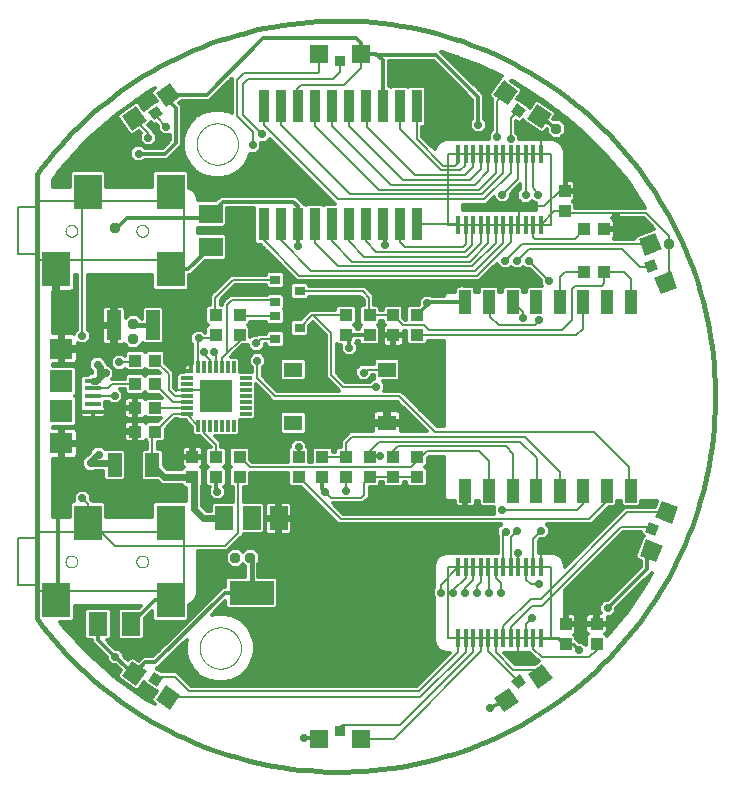
<source format=gtl>
G75*
%MOIN*%
%OFA0B0*%
%FSLAX25Y25*%
%IPPOS*%
%LPD*%
%AMOC8*
5,1,8,0,0,1.08239X$1,22.5*
%
%ADD10C,0.01600*%
%ADD11C,0.00000*%
%ADD12R,0.03937X0.04331*%
%ADD13R,0.04331X0.03937*%
%ADD14R,0.05906X0.07874*%
%ADD15R,0.14961X0.07874*%
%ADD16R,0.04724X0.07874*%
%ADD17R,0.03937X0.07874*%
%ADD18R,0.06102X0.05118*%
%ADD19R,0.05512X0.01378*%
%ADD20R,0.07480X0.07087*%
%ADD21R,0.07480X0.07480*%
%ADD22R,0.09449X0.11614*%
%ADD23C,0.00500*%
%ADD24R,0.03543X0.03543*%
%ADD25R,0.05906X0.05906*%
%ADD26R,0.03543X0.03543*%
%ADD27R,0.05906X0.05906*%
%ADD28R,0.03937X0.01181*%
%ADD29R,0.10630X0.10630*%
%ADD30R,0.01713X0.01713*%
%ADD31R,0.01181X0.03937*%
%ADD32R,0.04724X0.09843*%
%ADD33R,0.03543X0.11024*%
%ADD34R,0.01181X0.05906*%
%ADD35R,0.03543X0.03150*%
%ADD36R,0.07874X0.06299*%
%ADD37R,0.06299X0.07874*%
%ADD38C,0.01200*%
%ADD39OC8,0.02800*%
%ADD40C,0.00800*%
%ADD41OC8,0.02781*%
%ADD42OC8,0.03600*%
%ADD43OC8,0.02600*%
%ADD44C,0.01000*%
%ADD45C,0.02400*%
%ADD46C,0.02000*%
%ADD47OC8,0.02400*%
D10*
X0049772Y0066937D02*
X0049772Y0214969D01*
X0082000Y0165000D02*
X0082425Y0164575D01*
X0088551Y0164575D01*
X0049772Y0214969D02*
X0051614Y0217418D01*
X0053515Y0219821D01*
X0055474Y0222176D01*
X0057491Y0224483D01*
X0059563Y0226740D01*
X0061690Y0228946D01*
X0063871Y0231099D01*
X0066103Y0233198D01*
X0068386Y0235242D01*
X0070719Y0237229D01*
X0073099Y0239158D01*
X0075526Y0241029D01*
X0077998Y0242840D01*
X0080513Y0244589D01*
X0083071Y0246277D01*
X0085669Y0247901D01*
X0088306Y0249462D01*
X0090981Y0250957D01*
X0093691Y0252387D01*
X0096435Y0253749D01*
X0099212Y0255044D01*
X0102020Y0256271D01*
X0104857Y0257429D01*
X0107722Y0258517D01*
X0110612Y0259534D01*
X0113526Y0260481D01*
X0116463Y0261355D01*
X0119420Y0262158D01*
X0122396Y0262888D01*
X0125389Y0263545D01*
X0128397Y0264129D01*
X0131419Y0264638D01*
X0134452Y0265074D01*
X0137494Y0265435D01*
X0140545Y0265722D01*
X0143602Y0265934D01*
X0146663Y0266071D01*
X0149727Y0266133D01*
X0152791Y0266120D01*
X0155854Y0266032D01*
X0158913Y0265869D01*
X0161968Y0265632D01*
X0165016Y0265319D01*
X0168056Y0264932D01*
X0171085Y0264471D01*
X0174102Y0263936D01*
X0177105Y0263327D01*
X0180093Y0262645D01*
X0183062Y0261890D01*
X0186013Y0261062D01*
X0188942Y0260163D01*
X0191848Y0259192D01*
X0194730Y0258150D01*
X0197585Y0257038D01*
X0200412Y0255857D01*
X0203210Y0254606D01*
X0205976Y0253288D01*
X0208708Y0251902D01*
X0211407Y0250450D01*
X0214068Y0248932D01*
X0216692Y0247349D01*
X0219277Y0245703D01*
X0221820Y0243994D01*
X0224321Y0242223D01*
X0226777Y0240392D01*
X0229188Y0238501D01*
X0231552Y0236551D01*
X0233868Y0234544D01*
X0236133Y0232481D01*
X0238348Y0230364D01*
X0240510Y0228192D01*
X0242619Y0225969D01*
X0244672Y0223695D01*
X0246669Y0221370D01*
X0248608Y0218998D01*
X0250489Y0216579D01*
X0252310Y0214115D01*
X0254071Y0211607D01*
X0255769Y0209056D01*
X0257404Y0206465D01*
X0258976Y0203835D01*
X0260482Y0201167D01*
X0261923Y0198462D01*
X0263297Y0195724D01*
X0264604Y0192952D01*
X0265843Y0190149D01*
X0267012Y0187317D01*
X0268112Y0184457D01*
X0269142Y0181571D01*
X0270101Y0178661D01*
X0270988Y0175728D01*
X0271803Y0172774D01*
X0272546Y0169802D01*
X0273215Y0166811D01*
X0273811Y0163806D01*
X0274334Y0160787D01*
X0274782Y0157755D01*
X0275156Y0154714D01*
X0275456Y0151665D01*
X0275681Y0148609D01*
X0275831Y0145548D01*
X0275906Y0142485D01*
X0275906Y0139421D01*
X0275831Y0136358D01*
X0275681Y0133297D01*
X0275456Y0130241D01*
X0275156Y0127192D01*
X0274782Y0124151D01*
X0274334Y0121119D01*
X0273811Y0118100D01*
X0273215Y0115095D01*
X0272546Y0112104D01*
X0271803Y0109132D01*
X0270988Y0106178D01*
X0270101Y0103245D01*
X0269142Y0100335D01*
X0268112Y0097449D01*
X0267012Y0094589D01*
X0265843Y0091757D01*
X0264604Y0088954D01*
X0263297Y0086182D01*
X0261923Y0083444D01*
X0260482Y0080739D01*
X0258976Y0078071D01*
X0257404Y0075441D01*
X0255769Y0072850D01*
X0254071Y0070299D01*
X0252310Y0067791D01*
X0250489Y0065327D01*
X0248608Y0062908D01*
X0246669Y0060536D01*
X0244672Y0058211D01*
X0242619Y0055937D01*
X0240510Y0053714D01*
X0238348Y0051542D01*
X0236133Y0049425D01*
X0233868Y0047362D01*
X0231552Y0045355D01*
X0229188Y0043405D01*
X0226777Y0041514D01*
X0224321Y0039683D01*
X0221820Y0037912D01*
X0219277Y0036203D01*
X0216692Y0034557D01*
X0214068Y0032974D01*
X0211407Y0031456D01*
X0208708Y0030004D01*
X0205976Y0028618D01*
X0203210Y0027300D01*
X0200412Y0026049D01*
X0197585Y0024868D01*
X0194730Y0023756D01*
X0191848Y0022714D01*
X0188942Y0021743D01*
X0186013Y0020844D01*
X0183062Y0020016D01*
X0180093Y0019261D01*
X0177105Y0018579D01*
X0174102Y0017970D01*
X0171085Y0017435D01*
X0168056Y0016974D01*
X0165016Y0016587D01*
X0161968Y0016274D01*
X0158913Y0016037D01*
X0155854Y0015874D01*
X0152791Y0015786D01*
X0149727Y0015773D01*
X0146663Y0015835D01*
X0143602Y0015972D01*
X0140545Y0016184D01*
X0137494Y0016471D01*
X0134452Y0016832D01*
X0131419Y0017268D01*
X0128397Y0017777D01*
X0125389Y0018361D01*
X0122396Y0019018D01*
X0119420Y0019748D01*
X0116463Y0020551D01*
X0113526Y0021425D01*
X0110612Y0022372D01*
X0107722Y0023389D01*
X0104857Y0024477D01*
X0102020Y0025635D01*
X0099212Y0026862D01*
X0096435Y0028157D01*
X0093691Y0029519D01*
X0090981Y0030949D01*
X0088306Y0032444D01*
X0085669Y0034005D01*
X0083071Y0035629D01*
X0080513Y0037317D01*
X0077998Y0039066D01*
X0075526Y0040877D01*
X0073099Y0042748D01*
X0070719Y0044677D01*
X0068386Y0046664D01*
X0066103Y0048708D01*
X0063871Y0050807D01*
X0061690Y0052960D01*
X0059563Y0055166D01*
X0057491Y0057423D01*
X0055474Y0059730D01*
X0053515Y0062085D01*
X0051614Y0064488D01*
X0049772Y0066937D01*
X0121425Y0075402D02*
X0121425Y0086575D01*
X0121000Y0087000D01*
X0192685Y0172449D02*
X0191543Y0175677D01*
D11*
X0103110Y0225000D02*
X0103112Y0225169D01*
X0103118Y0225338D01*
X0103129Y0225507D01*
X0103143Y0225675D01*
X0103162Y0225843D01*
X0103185Y0226011D01*
X0103211Y0226178D01*
X0103242Y0226344D01*
X0103277Y0226510D01*
X0103316Y0226674D01*
X0103360Y0226838D01*
X0103407Y0227000D01*
X0103458Y0227161D01*
X0103513Y0227321D01*
X0103572Y0227480D01*
X0103634Y0227637D01*
X0103701Y0227792D01*
X0103772Y0227946D01*
X0103846Y0228098D01*
X0103924Y0228248D01*
X0104005Y0228396D01*
X0104090Y0228542D01*
X0104179Y0228686D01*
X0104271Y0228828D01*
X0104367Y0228967D01*
X0104466Y0229104D01*
X0104568Y0229239D01*
X0104674Y0229371D01*
X0104783Y0229500D01*
X0104895Y0229627D01*
X0105010Y0229751D01*
X0105128Y0229872D01*
X0105249Y0229990D01*
X0105373Y0230105D01*
X0105500Y0230217D01*
X0105629Y0230326D01*
X0105761Y0230432D01*
X0105896Y0230534D01*
X0106033Y0230633D01*
X0106172Y0230729D01*
X0106314Y0230821D01*
X0106458Y0230910D01*
X0106604Y0230995D01*
X0106752Y0231076D01*
X0106902Y0231154D01*
X0107054Y0231228D01*
X0107208Y0231299D01*
X0107363Y0231366D01*
X0107520Y0231428D01*
X0107679Y0231487D01*
X0107839Y0231542D01*
X0108000Y0231593D01*
X0108162Y0231640D01*
X0108326Y0231684D01*
X0108490Y0231723D01*
X0108656Y0231758D01*
X0108822Y0231789D01*
X0108989Y0231815D01*
X0109157Y0231838D01*
X0109325Y0231857D01*
X0109493Y0231871D01*
X0109662Y0231882D01*
X0109831Y0231888D01*
X0110000Y0231890D01*
X0110169Y0231888D01*
X0110338Y0231882D01*
X0110507Y0231871D01*
X0110675Y0231857D01*
X0110843Y0231838D01*
X0111011Y0231815D01*
X0111178Y0231789D01*
X0111344Y0231758D01*
X0111510Y0231723D01*
X0111674Y0231684D01*
X0111838Y0231640D01*
X0112000Y0231593D01*
X0112161Y0231542D01*
X0112321Y0231487D01*
X0112480Y0231428D01*
X0112637Y0231366D01*
X0112792Y0231299D01*
X0112946Y0231228D01*
X0113098Y0231154D01*
X0113248Y0231076D01*
X0113396Y0230995D01*
X0113542Y0230910D01*
X0113686Y0230821D01*
X0113828Y0230729D01*
X0113967Y0230633D01*
X0114104Y0230534D01*
X0114239Y0230432D01*
X0114371Y0230326D01*
X0114500Y0230217D01*
X0114627Y0230105D01*
X0114751Y0229990D01*
X0114872Y0229872D01*
X0114990Y0229751D01*
X0115105Y0229627D01*
X0115217Y0229500D01*
X0115326Y0229371D01*
X0115432Y0229239D01*
X0115534Y0229104D01*
X0115633Y0228967D01*
X0115729Y0228828D01*
X0115821Y0228686D01*
X0115910Y0228542D01*
X0115995Y0228396D01*
X0116076Y0228248D01*
X0116154Y0228098D01*
X0116228Y0227946D01*
X0116299Y0227792D01*
X0116366Y0227637D01*
X0116428Y0227480D01*
X0116487Y0227321D01*
X0116542Y0227161D01*
X0116593Y0227000D01*
X0116640Y0226838D01*
X0116684Y0226674D01*
X0116723Y0226510D01*
X0116758Y0226344D01*
X0116789Y0226178D01*
X0116815Y0226011D01*
X0116838Y0225843D01*
X0116857Y0225675D01*
X0116871Y0225507D01*
X0116882Y0225338D01*
X0116888Y0225169D01*
X0116890Y0225000D01*
X0116888Y0224831D01*
X0116882Y0224662D01*
X0116871Y0224493D01*
X0116857Y0224325D01*
X0116838Y0224157D01*
X0116815Y0223989D01*
X0116789Y0223822D01*
X0116758Y0223656D01*
X0116723Y0223490D01*
X0116684Y0223326D01*
X0116640Y0223162D01*
X0116593Y0223000D01*
X0116542Y0222839D01*
X0116487Y0222679D01*
X0116428Y0222520D01*
X0116366Y0222363D01*
X0116299Y0222208D01*
X0116228Y0222054D01*
X0116154Y0221902D01*
X0116076Y0221752D01*
X0115995Y0221604D01*
X0115910Y0221458D01*
X0115821Y0221314D01*
X0115729Y0221172D01*
X0115633Y0221033D01*
X0115534Y0220896D01*
X0115432Y0220761D01*
X0115326Y0220629D01*
X0115217Y0220500D01*
X0115105Y0220373D01*
X0114990Y0220249D01*
X0114872Y0220128D01*
X0114751Y0220010D01*
X0114627Y0219895D01*
X0114500Y0219783D01*
X0114371Y0219674D01*
X0114239Y0219568D01*
X0114104Y0219466D01*
X0113967Y0219367D01*
X0113828Y0219271D01*
X0113686Y0219179D01*
X0113542Y0219090D01*
X0113396Y0219005D01*
X0113248Y0218924D01*
X0113098Y0218846D01*
X0112946Y0218772D01*
X0112792Y0218701D01*
X0112637Y0218634D01*
X0112480Y0218572D01*
X0112321Y0218513D01*
X0112161Y0218458D01*
X0112000Y0218407D01*
X0111838Y0218360D01*
X0111674Y0218316D01*
X0111510Y0218277D01*
X0111344Y0218242D01*
X0111178Y0218211D01*
X0111011Y0218185D01*
X0110843Y0218162D01*
X0110675Y0218143D01*
X0110507Y0218129D01*
X0110338Y0218118D01*
X0110169Y0218112D01*
X0110000Y0218110D01*
X0109831Y0218112D01*
X0109662Y0218118D01*
X0109493Y0218129D01*
X0109325Y0218143D01*
X0109157Y0218162D01*
X0108989Y0218185D01*
X0108822Y0218211D01*
X0108656Y0218242D01*
X0108490Y0218277D01*
X0108326Y0218316D01*
X0108162Y0218360D01*
X0108000Y0218407D01*
X0107839Y0218458D01*
X0107679Y0218513D01*
X0107520Y0218572D01*
X0107363Y0218634D01*
X0107208Y0218701D01*
X0107054Y0218772D01*
X0106902Y0218846D01*
X0106752Y0218924D01*
X0106604Y0219005D01*
X0106458Y0219090D01*
X0106314Y0219179D01*
X0106172Y0219271D01*
X0106033Y0219367D01*
X0105896Y0219466D01*
X0105761Y0219568D01*
X0105629Y0219674D01*
X0105500Y0219783D01*
X0105373Y0219895D01*
X0105249Y0220010D01*
X0105128Y0220128D01*
X0105010Y0220249D01*
X0104895Y0220373D01*
X0104783Y0220500D01*
X0104674Y0220629D01*
X0104568Y0220761D01*
X0104466Y0220896D01*
X0104367Y0221033D01*
X0104271Y0221172D01*
X0104179Y0221314D01*
X0104090Y0221458D01*
X0104005Y0221604D01*
X0103924Y0221752D01*
X0103846Y0221902D01*
X0103772Y0222054D01*
X0103701Y0222208D01*
X0103634Y0222363D01*
X0103572Y0222520D01*
X0103513Y0222679D01*
X0103458Y0222839D01*
X0103407Y0223000D01*
X0103360Y0223162D01*
X0103316Y0223326D01*
X0103277Y0223490D01*
X0103242Y0223656D01*
X0103211Y0223822D01*
X0103185Y0223989D01*
X0103162Y0224157D01*
X0103143Y0224325D01*
X0103129Y0224493D01*
X0103118Y0224662D01*
X0103112Y0224831D01*
X0103110Y0225000D01*
X0083039Y0196071D02*
X0083041Y0196159D01*
X0083047Y0196247D01*
X0083057Y0196335D01*
X0083071Y0196423D01*
X0083088Y0196509D01*
X0083110Y0196595D01*
X0083135Y0196679D01*
X0083165Y0196763D01*
X0083197Y0196845D01*
X0083234Y0196925D01*
X0083274Y0197004D01*
X0083318Y0197081D01*
X0083365Y0197156D01*
X0083415Y0197228D01*
X0083469Y0197299D01*
X0083525Y0197366D01*
X0083585Y0197432D01*
X0083647Y0197494D01*
X0083713Y0197554D01*
X0083780Y0197610D01*
X0083851Y0197664D01*
X0083923Y0197714D01*
X0083998Y0197761D01*
X0084075Y0197805D01*
X0084154Y0197845D01*
X0084234Y0197882D01*
X0084316Y0197914D01*
X0084400Y0197944D01*
X0084484Y0197969D01*
X0084570Y0197991D01*
X0084656Y0198008D01*
X0084744Y0198022D01*
X0084832Y0198032D01*
X0084920Y0198038D01*
X0085008Y0198040D01*
X0085096Y0198038D01*
X0085184Y0198032D01*
X0085272Y0198022D01*
X0085360Y0198008D01*
X0085446Y0197991D01*
X0085532Y0197969D01*
X0085616Y0197944D01*
X0085700Y0197914D01*
X0085782Y0197882D01*
X0085862Y0197845D01*
X0085941Y0197805D01*
X0086018Y0197761D01*
X0086093Y0197714D01*
X0086165Y0197664D01*
X0086236Y0197610D01*
X0086303Y0197554D01*
X0086369Y0197494D01*
X0086431Y0197432D01*
X0086491Y0197366D01*
X0086547Y0197299D01*
X0086601Y0197228D01*
X0086651Y0197156D01*
X0086698Y0197081D01*
X0086742Y0197004D01*
X0086782Y0196925D01*
X0086819Y0196845D01*
X0086851Y0196763D01*
X0086881Y0196679D01*
X0086906Y0196595D01*
X0086928Y0196509D01*
X0086945Y0196423D01*
X0086959Y0196335D01*
X0086969Y0196247D01*
X0086975Y0196159D01*
X0086977Y0196071D01*
X0086975Y0195983D01*
X0086969Y0195895D01*
X0086959Y0195807D01*
X0086945Y0195719D01*
X0086928Y0195633D01*
X0086906Y0195547D01*
X0086881Y0195463D01*
X0086851Y0195379D01*
X0086819Y0195297D01*
X0086782Y0195217D01*
X0086742Y0195138D01*
X0086698Y0195061D01*
X0086651Y0194986D01*
X0086601Y0194914D01*
X0086547Y0194843D01*
X0086491Y0194776D01*
X0086431Y0194710D01*
X0086369Y0194648D01*
X0086303Y0194588D01*
X0086236Y0194532D01*
X0086165Y0194478D01*
X0086093Y0194428D01*
X0086018Y0194381D01*
X0085941Y0194337D01*
X0085862Y0194297D01*
X0085782Y0194260D01*
X0085700Y0194228D01*
X0085616Y0194198D01*
X0085532Y0194173D01*
X0085446Y0194151D01*
X0085360Y0194134D01*
X0085272Y0194120D01*
X0085184Y0194110D01*
X0085096Y0194104D01*
X0085008Y0194102D01*
X0084920Y0194104D01*
X0084832Y0194110D01*
X0084744Y0194120D01*
X0084656Y0194134D01*
X0084570Y0194151D01*
X0084484Y0194173D01*
X0084400Y0194198D01*
X0084316Y0194228D01*
X0084234Y0194260D01*
X0084154Y0194297D01*
X0084075Y0194337D01*
X0083998Y0194381D01*
X0083923Y0194428D01*
X0083851Y0194478D01*
X0083780Y0194532D01*
X0083713Y0194588D01*
X0083647Y0194648D01*
X0083585Y0194710D01*
X0083525Y0194776D01*
X0083469Y0194843D01*
X0083415Y0194914D01*
X0083365Y0194986D01*
X0083318Y0195061D01*
X0083274Y0195138D01*
X0083234Y0195217D01*
X0083197Y0195297D01*
X0083165Y0195379D01*
X0083135Y0195463D01*
X0083110Y0195547D01*
X0083088Y0195633D01*
X0083071Y0195719D01*
X0083057Y0195807D01*
X0083047Y0195895D01*
X0083041Y0195983D01*
X0083039Y0196071D01*
X0059417Y0196071D02*
X0059419Y0196159D01*
X0059425Y0196247D01*
X0059435Y0196335D01*
X0059449Y0196423D01*
X0059466Y0196509D01*
X0059488Y0196595D01*
X0059513Y0196679D01*
X0059543Y0196763D01*
X0059575Y0196845D01*
X0059612Y0196925D01*
X0059652Y0197004D01*
X0059696Y0197081D01*
X0059743Y0197156D01*
X0059793Y0197228D01*
X0059847Y0197299D01*
X0059903Y0197366D01*
X0059963Y0197432D01*
X0060025Y0197494D01*
X0060091Y0197554D01*
X0060158Y0197610D01*
X0060229Y0197664D01*
X0060301Y0197714D01*
X0060376Y0197761D01*
X0060453Y0197805D01*
X0060532Y0197845D01*
X0060612Y0197882D01*
X0060694Y0197914D01*
X0060778Y0197944D01*
X0060862Y0197969D01*
X0060948Y0197991D01*
X0061034Y0198008D01*
X0061122Y0198022D01*
X0061210Y0198032D01*
X0061298Y0198038D01*
X0061386Y0198040D01*
X0061474Y0198038D01*
X0061562Y0198032D01*
X0061650Y0198022D01*
X0061738Y0198008D01*
X0061824Y0197991D01*
X0061910Y0197969D01*
X0061994Y0197944D01*
X0062078Y0197914D01*
X0062160Y0197882D01*
X0062240Y0197845D01*
X0062319Y0197805D01*
X0062396Y0197761D01*
X0062471Y0197714D01*
X0062543Y0197664D01*
X0062614Y0197610D01*
X0062681Y0197554D01*
X0062747Y0197494D01*
X0062809Y0197432D01*
X0062869Y0197366D01*
X0062925Y0197299D01*
X0062979Y0197228D01*
X0063029Y0197156D01*
X0063076Y0197081D01*
X0063120Y0197004D01*
X0063160Y0196925D01*
X0063197Y0196845D01*
X0063229Y0196763D01*
X0063259Y0196679D01*
X0063284Y0196595D01*
X0063306Y0196509D01*
X0063323Y0196423D01*
X0063337Y0196335D01*
X0063347Y0196247D01*
X0063353Y0196159D01*
X0063355Y0196071D01*
X0063353Y0195983D01*
X0063347Y0195895D01*
X0063337Y0195807D01*
X0063323Y0195719D01*
X0063306Y0195633D01*
X0063284Y0195547D01*
X0063259Y0195463D01*
X0063229Y0195379D01*
X0063197Y0195297D01*
X0063160Y0195217D01*
X0063120Y0195138D01*
X0063076Y0195061D01*
X0063029Y0194986D01*
X0062979Y0194914D01*
X0062925Y0194843D01*
X0062869Y0194776D01*
X0062809Y0194710D01*
X0062747Y0194648D01*
X0062681Y0194588D01*
X0062614Y0194532D01*
X0062543Y0194478D01*
X0062471Y0194428D01*
X0062396Y0194381D01*
X0062319Y0194337D01*
X0062240Y0194297D01*
X0062160Y0194260D01*
X0062078Y0194228D01*
X0061994Y0194198D01*
X0061910Y0194173D01*
X0061824Y0194151D01*
X0061738Y0194134D01*
X0061650Y0194120D01*
X0061562Y0194110D01*
X0061474Y0194104D01*
X0061386Y0194102D01*
X0061298Y0194104D01*
X0061210Y0194110D01*
X0061122Y0194120D01*
X0061034Y0194134D01*
X0060948Y0194151D01*
X0060862Y0194173D01*
X0060778Y0194198D01*
X0060694Y0194228D01*
X0060612Y0194260D01*
X0060532Y0194297D01*
X0060453Y0194337D01*
X0060376Y0194381D01*
X0060301Y0194428D01*
X0060229Y0194478D01*
X0060158Y0194532D01*
X0060091Y0194588D01*
X0060025Y0194648D01*
X0059963Y0194710D01*
X0059903Y0194776D01*
X0059847Y0194843D01*
X0059793Y0194914D01*
X0059743Y0194986D01*
X0059696Y0195061D01*
X0059652Y0195138D01*
X0059612Y0195217D01*
X0059575Y0195297D01*
X0059543Y0195379D01*
X0059513Y0195463D01*
X0059488Y0195547D01*
X0059466Y0195633D01*
X0059449Y0195719D01*
X0059435Y0195807D01*
X0059425Y0195895D01*
X0059419Y0195983D01*
X0059417Y0196071D01*
X0059417Y0085835D02*
X0059419Y0085923D01*
X0059425Y0086011D01*
X0059435Y0086099D01*
X0059449Y0086187D01*
X0059466Y0086273D01*
X0059488Y0086359D01*
X0059513Y0086443D01*
X0059543Y0086527D01*
X0059575Y0086609D01*
X0059612Y0086689D01*
X0059652Y0086768D01*
X0059696Y0086845D01*
X0059743Y0086920D01*
X0059793Y0086992D01*
X0059847Y0087063D01*
X0059903Y0087130D01*
X0059963Y0087196D01*
X0060025Y0087258D01*
X0060091Y0087318D01*
X0060158Y0087374D01*
X0060229Y0087428D01*
X0060301Y0087478D01*
X0060376Y0087525D01*
X0060453Y0087569D01*
X0060532Y0087609D01*
X0060612Y0087646D01*
X0060694Y0087678D01*
X0060778Y0087708D01*
X0060862Y0087733D01*
X0060948Y0087755D01*
X0061034Y0087772D01*
X0061122Y0087786D01*
X0061210Y0087796D01*
X0061298Y0087802D01*
X0061386Y0087804D01*
X0061474Y0087802D01*
X0061562Y0087796D01*
X0061650Y0087786D01*
X0061738Y0087772D01*
X0061824Y0087755D01*
X0061910Y0087733D01*
X0061994Y0087708D01*
X0062078Y0087678D01*
X0062160Y0087646D01*
X0062240Y0087609D01*
X0062319Y0087569D01*
X0062396Y0087525D01*
X0062471Y0087478D01*
X0062543Y0087428D01*
X0062614Y0087374D01*
X0062681Y0087318D01*
X0062747Y0087258D01*
X0062809Y0087196D01*
X0062869Y0087130D01*
X0062925Y0087063D01*
X0062979Y0086992D01*
X0063029Y0086920D01*
X0063076Y0086845D01*
X0063120Y0086768D01*
X0063160Y0086689D01*
X0063197Y0086609D01*
X0063229Y0086527D01*
X0063259Y0086443D01*
X0063284Y0086359D01*
X0063306Y0086273D01*
X0063323Y0086187D01*
X0063337Y0086099D01*
X0063347Y0086011D01*
X0063353Y0085923D01*
X0063355Y0085835D01*
X0063353Y0085747D01*
X0063347Y0085659D01*
X0063337Y0085571D01*
X0063323Y0085483D01*
X0063306Y0085397D01*
X0063284Y0085311D01*
X0063259Y0085227D01*
X0063229Y0085143D01*
X0063197Y0085061D01*
X0063160Y0084981D01*
X0063120Y0084902D01*
X0063076Y0084825D01*
X0063029Y0084750D01*
X0062979Y0084678D01*
X0062925Y0084607D01*
X0062869Y0084540D01*
X0062809Y0084474D01*
X0062747Y0084412D01*
X0062681Y0084352D01*
X0062614Y0084296D01*
X0062543Y0084242D01*
X0062471Y0084192D01*
X0062396Y0084145D01*
X0062319Y0084101D01*
X0062240Y0084061D01*
X0062160Y0084024D01*
X0062078Y0083992D01*
X0061994Y0083962D01*
X0061910Y0083937D01*
X0061824Y0083915D01*
X0061738Y0083898D01*
X0061650Y0083884D01*
X0061562Y0083874D01*
X0061474Y0083868D01*
X0061386Y0083866D01*
X0061298Y0083868D01*
X0061210Y0083874D01*
X0061122Y0083884D01*
X0061034Y0083898D01*
X0060948Y0083915D01*
X0060862Y0083937D01*
X0060778Y0083962D01*
X0060694Y0083992D01*
X0060612Y0084024D01*
X0060532Y0084061D01*
X0060453Y0084101D01*
X0060376Y0084145D01*
X0060301Y0084192D01*
X0060229Y0084242D01*
X0060158Y0084296D01*
X0060091Y0084352D01*
X0060025Y0084412D01*
X0059963Y0084474D01*
X0059903Y0084540D01*
X0059847Y0084607D01*
X0059793Y0084678D01*
X0059743Y0084750D01*
X0059696Y0084825D01*
X0059652Y0084902D01*
X0059612Y0084981D01*
X0059575Y0085061D01*
X0059543Y0085143D01*
X0059513Y0085227D01*
X0059488Y0085311D01*
X0059466Y0085397D01*
X0059449Y0085483D01*
X0059435Y0085571D01*
X0059425Y0085659D01*
X0059419Y0085747D01*
X0059417Y0085835D01*
X0083039Y0085835D02*
X0083041Y0085923D01*
X0083047Y0086011D01*
X0083057Y0086099D01*
X0083071Y0086187D01*
X0083088Y0086273D01*
X0083110Y0086359D01*
X0083135Y0086443D01*
X0083165Y0086527D01*
X0083197Y0086609D01*
X0083234Y0086689D01*
X0083274Y0086768D01*
X0083318Y0086845D01*
X0083365Y0086920D01*
X0083415Y0086992D01*
X0083469Y0087063D01*
X0083525Y0087130D01*
X0083585Y0087196D01*
X0083647Y0087258D01*
X0083713Y0087318D01*
X0083780Y0087374D01*
X0083851Y0087428D01*
X0083923Y0087478D01*
X0083998Y0087525D01*
X0084075Y0087569D01*
X0084154Y0087609D01*
X0084234Y0087646D01*
X0084316Y0087678D01*
X0084400Y0087708D01*
X0084484Y0087733D01*
X0084570Y0087755D01*
X0084656Y0087772D01*
X0084744Y0087786D01*
X0084832Y0087796D01*
X0084920Y0087802D01*
X0085008Y0087804D01*
X0085096Y0087802D01*
X0085184Y0087796D01*
X0085272Y0087786D01*
X0085360Y0087772D01*
X0085446Y0087755D01*
X0085532Y0087733D01*
X0085616Y0087708D01*
X0085700Y0087678D01*
X0085782Y0087646D01*
X0085862Y0087609D01*
X0085941Y0087569D01*
X0086018Y0087525D01*
X0086093Y0087478D01*
X0086165Y0087428D01*
X0086236Y0087374D01*
X0086303Y0087318D01*
X0086369Y0087258D01*
X0086431Y0087196D01*
X0086491Y0087130D01*
X0086547Y0087063D01*
X0086601Y0086992D01*
X0086651Y0086920D01*
X0086698Y0086845D01*
X0086742Y0086768D01*
X0086782Y0086689D01*
X0086819Y0086609D01*
X0086851Y0086527D01*
X0086881Y0086443D01*
X0086906Y0086359D01*
X0086928Y0086273D01*
X0086945Y0086187D01*
X0086959Y0086099D01*
X0086969Y0086011D01*
X0086975Y0085923D01*
X0086977Y0085835D01*
X0086975Y0085747D01*
X0086969Y0085659D01*
X0086959Y0085571D01*
X0086945Y0085483D01*
X0086928Y0085397D01*
X0086906Y0085311D01*
X0086881Y0085227D01*
X0086851Y0085143D01*
X0086819Y0085061D01*
X0086782Y0084981D01*
X0086742Y0084902D01*
X0086698Y0084825D01*
X0086651Y0084750D01*
X0086601Y0084678D01*
X0086547Y0084607D01*
X0086491Y0084540D01*
X0086431Y0084474D01*
X0086369Y0084412D01*
X0086303Y0084352D01*
X0086236Y0084296D01*
X0086165Y0084242D01*
X0086093Y0084192D01*
X0086018Y0084145D01*
X0085941Y0084101D01*
X0085862Y0084061D01*
X0085782Y0084024D01*
X0085700Y0083992D01*
X0085616Y0083962D01*
X0085532Y0083937D01*
X0085446Y0083915D01*
X0085360Y0083898D01*
X0085272Y0083884D01*
X0085184Y0083874D01*
X0085096Y0083868D01*
X0085008Y0083866D01*
X0084920Y0083868D01*
X0084832Y0083874D01*
X0084744Y0083884D01*
X0084656Y0083898D01*
X0084570Y0083915D01*
X0084484Y0083937D01*
X0084400Y0083962D01*
X0084316Y0083992D01*
X0084234Y0084024D01*
X0084154Y0084061D01*
X0084075Y0084101D01*
X0083998Y0084145D01*
X0083923Y0084192D01*
X0083851Y0084242D01*
X0083780Y0084296D01*
X0083713Y0084352D01*
X0083647Y0084412D01*
X0083585Y0084474D01*
X0083525Y0084540D01*
X0083469Y0084607D01*
X0083415Y0084678D01*
X0083365Y0084750D01*
X0083318Y0084825D01*
X0083274Y0084902D01*
X0083234Y0084981D01*
X0083197Y0085061D01*
X0083165Y0085143D01*
X0083135Y0085227D01*
X0083110Y0085311D01*
X0083088Y0085397D01*
X0083071Y0085483D01*
X0083057Y0085571D01*
X0083047Y0085659D01*
X0083041Y0085747D01*
X0083039Y0085835D01*
X0104110Y0057000D02*
X0104112Y0057169D01*
X0104118Y0057338D01*
X0104129Y0057507D01*
X0104143Y0057675D01*
X0104162Y0057843D01*
X0104185Y0058011D01*
X0104211Y0058178D01*
X0104242Y0058344D01*
X0104277Y0058510D01*
X0104316Y0058674D01*
X0104360Y0058838D01*
X0104407Y0059000D01*
X0104458Y0059161D01*
X0104513Y0059321D01*
X0104572Y0059480D01*
X0104634Y0059637D01*
X0104701Y0059792D01*
X0104772Y0059946D01*
X0104846Y0060098D01*
X0104924Y0060248D01*
X0105005Y0060396D01*
X0105090Y0060542D01*
X0105179Y0060686D01*
X0105271Y0060828D01*
X0105367Y0060967D01*
X0105466Y0061104D01*
X0105568Y0061239D01*
X0105674Y0061371D01*
X0105783Y0061500D01*
X0105895Y0061627D01*
X0106010Y0061751D01*
X0106128Y0061872D01*
X0106249Y0061990D01*
X0106373Y0062105D01*
X0106500Y0062217D01*
X0106629Y0062326D01*
X0106761Y0062432D01*
X0106896Y0062534D01*
X0107033Y0062633D01*
X0107172Y0062729D01*
X0107314Y0062821D01*
X0107458Y0062910D01*
X0107604Y0062995D01*
X0107752Y0063076D01*
X0107902Y0063154D01*
X0108054Y0063228D01*
X0108208Y0063299D01*
X0108363Y0063366D01*
X0108520Y0063428D01*
X0108679Y0063487D01*
X0108839Y0063542D01*
X0109000Y0063593D01*
X0109162Y0063640D01*
X0109326Y0063684D01*
X0109490Y0063723D01*
X0109656Y0063758D01*
X0109822Y0063789D01*
X0109989Y0063815D01*
X0110157Y0063838D01*
X0110325Y0063857D01*
X0110493Y0063871D01*
X0110662Y0063882D01*
X0110831Y0063888D01*
X0111000Y0063890D01*
X0111169Y0063888D01*
X0111338Y0063882D01*
X0111507Y0063871D01*
X0111675Y0063857D01*
X0111843Y0063838D01*
X0112011Y0063815D01*
X0112178Y0063789D01*
X0112344Y0063758D01*
X0112510Y0063723D01*
X0112674Y0063684D01*
X0112838Y0063640D01*
X0113000Y0063593D01*
X0113161Y0063542D01*
X0113321Y0063487D01*
X0113480Y0063428D01*
X0113637Y0063366D01*
X0113792Y0063299D01*
X0113946Y0063228D01*
X0114098Y0063154D01*
X0114248Y0063076D01*
X0114396Y0062995D01*
X0114542Y0062910D01*
X0114686Y0062821D01*
X0114828Y0062729D01*
X0114967Y0062633D01*
X0115104Y0062534D01*
X0115239Y0062432D01*
X0115371Y0062326D01*
X0115500Y0062217D01*
X0115627Y0062105D01*
X0115751Y0061990D01*
X0115872Y0061872D01*
X0115990Y0061751D01*
X0116105Y0061627D01*
X0116217Y0061500D01*
X0116326Y0061371D01*
X0116432Y0061239D01*
X0116534Y0061104D01*
X0116633Y0060967D01*
X0116729Y0060828D01*
X0116821Y0060686D01*
X0116910Y0060542D01*
X0116995Y0060396D01*
X0117076Y0060248D01*
X0117154Y0060098D01*
X0117228Y0059946D01*
X0117299Y0059792D01*
X0117366Y0059637D01*
X0117428Y0059480D01*
X0117487Y0059321D01*
X0117542Y0059161D01*
X0117593Y0059000D01*
X0117640Y0058838D01*
X0117684Y0058674D01*
X0117723Y0058510D01*
X0117758Y0058344D01*
X0117789Y0058178D01*
X0117815Y0058011D01*
X0117838Y0057843D01*
X0117857Y0057675D01*
X0117871Y0057507D01*
X0117882Y0057338D01*
X0117888Y0057169D01*
X0117890Y0057000D01*
X0117888Y0056831D01*
X0117882Y0056662D01*
X0117871Y0056493D01*
X0117857Y0056325D01*
X0117838Y0056157D01*
X0117815Y0055989D01*
X0117789Y0055822D01*
X0117758Y0055656D01*
X0117723Y0055490D01*
X0117684Y0055326D01*
X0117640Y0055162D01*
X0117593Y0055000D01*
X0117542Y0054839D01*
X0117487Y0054679D01*
X0117428Y0054520D01*
X0117366Y0054363D01*
X0117299Y0054208D01*
X0117228Y0054054D01*
X0117154Y0053902D01*
X0117076Y0053752D01*
X0116995Y0053604D01*
X0116910Y0053458D01*
X0116821Y0053314D01*
X0116729Y0053172D01*
X0116633Y0053033D01*
X0116534Y0052896D01*
X0116432Y0052761D01*
X0116326Y0052629D01*
X0116217Y0052500D01*
X0116105Y0052373D01*
X0115990Y0052249D01*
X0115872Y0052128D01*
X0115751Y0052010D01*
X0115627Y0051895D01*
X0115500Y0051783D01*
X0115371Y0051674D01*
X0115239Y0051568D01*
X0115104Y0051466D01*
X0114967Y0051367D01*
X0114828Y0051271D01*
X0114686Y0051179D01*
X0114542Y0051090D01*
X0114396Y0051005D01*
X0114248Y0050924D01*
X0114098Y0050846D01*
X0113946Y0050772D01*
X0113792Y0050701D01*
X0113637Y0050634D01*
X0113480Y0050572D01*
X0113321Y0050513D01*
X0113161Y0050458D01*
X0113000Y0050407D01*
X0112838Y0050360D01*
X0112674Y0050316D01*
X0112510Y0050277D01*
X0112344Y0050242D01*
X0112178Y0050211D01*
X0112011Y0050185D01*
X0111843Y0050162D01*
X0111675Y0050143D01*
X0111507Y0050129D01*
X0111338Y0050118D01*
X0111169Y0050112D01*
X0111000Y0050110D01*
X0110831Y0050112D01*
X0110662Y0050118D01*
X0110493Y0050129D01*
X0110325Y0050143D01*
X0110157Y0050162D01*
X0109989Y0050185D01*
X0109822Y0050211D01*
X0109656Y0050242D01*
X0109490Y0050277D01*
X0109326Y0050316D01*
X0109162Y0050360D01*
X0109000Y0050407D01*
X0108839Y0050458D01*
X0108679Y0050513D01*
X0108520Y0050572D01*
X0108363Y0050634D01*
X0108208Y0050701D01*
X0108054Y0050772D01*
X0107902Y0050846D01*
X0107752Y0050924D01*
X0107604Y0051005D01*
X0107458Y0051090D01*
X0107314Y0051179D01*
X0107172Y0051271D01*
X0107033Y0051367D01*
X0106896Y0051466D01*
X0106761Y0051568D01*
X0106629Y0051674D01*
X0106500Y0051783D01*
X0106373Y0051895D01*
X0106249Y0052010D01*
X0106128Y0052128D01*
X0106010Y0052249D01*
X0105895Y0052373D01*
X0105783Y0052500D01*
X0105674Y0052629D01*
X0105568Y0052761D01*
X0105466Y0052896D01*
X0105367Y0053033D01*
X0105271Y0053172D01*
X0105179Y0053314D01*
X0105090Y0053458D01*
X0105005Y0053604D01*
X0104924Y0053752D01*
X0104846Y0053902D01*
X0104772Y0054054D01*
X0104701Y0054208D01*
X0104634Y0054363D01*
X0104572Y0054520D01*
X0104513Y0054679D01*
X0104458Y0054839D01*
X0104407Y0055000D01*
X0104360Y0055162D01*
X0104316Y0055326D01*
X0104277Y0055490D01*
X0104242Y0055656D01*
X0104211Y0055822D01*
X0104185Y0055989D01*
X0104162Y0056157D01*
X0104143Y0056325D01*
X0104129Y0056493D01*
X0104118Y0056662D01*
X0104112Y0056831D01*
X0104110Y0057000D01*
D12*
X0101740Y0113984D03*
X0101740Y0120677D03*
X0089339Y0145047D03*
X0082646Y0145047D03*
X0082685Y0152764D03*
X0089378Y0152764D03*
X0168669Y0161228D03*
X0168669Y0167921D03*
X0225756Y0202598D03*
X0225756Y0209291D03*
X0232260Y0196591D03*
X0238953Y0196591D03*
X0238945Y0182291D03*
X0232252Y0182291D03*
X0226150Y0064976D03*
X0226150Y0058283D03*
D13*
X0236425Y0058299D03*
X0236425Y0064992D03*
X0176543Y0113984D03*
X0176543Y0120677D03*
X0168669Y0120677D03*
X0168669Y0113984D03*
X0160795Y0113984D03*
X0160795Y0120677D03*
X0152921Y0120677D03*
X0152921Y0113984D03*
X0145047Y0113984D03*
X0145047Y0120677D03*
X0137173Y0120677D03*
X0137173Y0113984D03*
X0117488Y0113984D03*
X0117488Y0120677D03*
X0109614Y0120677D03*
X0109614Y0113984D03*
X0089339Y0129142D03*
X0082646Y0129142D03*
X0082646Y0137016D03*
X0089339Y0137016D03*
X0109614Y0161228D03*
X0117488Y0161228D03*
X0117488Y0167921D03*
X0109614Y0167921D03*
X0152921Y0167921D03*
X0160795Y0167921D03*
X0160795Y0161228D03*
X0152921Y0161228D03*
X0176543Y0161228D03*
X0176543Y0167921D03*
D14*
X0130480Y0100205D03*
X0121425Y0100205D03*
X0112370Y0100205D03*
D15*
X0121425Y0075402D03*
D16*
X0088354Y0117961D03*
X0075756Y0117961D03*
D17*
X0192685Y0109457D03*
X0200559Y0109457D03*
X0208433Y0109457D03*
X0216307Y0109457D03*
X0224181Y0109457D03*
X0232055Y0109457D03*
X0239929Y0109457D03*
X0247803Y0109457D03*
X0247803Y0172449D03*
X0239929Y0172449D03*
X0232055Y0172449D03*
X0224181Y0172449D03*
X0216307Y0172449D03*
X0208433Y0172449D03*
X0200559Y0172449D03*
X0192685Y0172449D03*
D18*
X0166602Y0149811D03*
X0166602Y0132094D03*
X0135303Y0132094D03*
X0135303Y0149811D03*
D19*
X0068512Y0146071D03*
X0068512Y0143512D03*
X0068512Y0140953D03*
X0068512Y0138394D03*
X0068512Y0135835D03*
D20*
X0058079Y0125205D03*
X0058079Y0156701D03*
D21*
X0058079Y0145953D03*
X0058079Y0135953D03*
D22*
X0066898Y0098728D03*
X0094457Y0098728D03*
X0094457Y0072941D03*
X0056268Y0072941D03*
X0056268Y0183177D03*
X0066898Y0208965D03*
X0094457Y0208965D03*
X0094457Y0183177D03*
D23*
X0098787Y0186228D02*
X0098787Y0205913D01*
X0049575Y0205913D01*
X0049575Y0203945D01*
X0043669Y0203945D01*
X0043669Y0188197D01*
X0049575Y0188197D01*
X0049575Y0186228D01*
X0098787Y0186228D01*
X0187055Y0198039D02*
X0187055Y0221661D01*
X0221150Y0221661D01*
X0221150Y0198039D01*
X0187055Y0198039D01*
X0098787Y0095677D02*
X0098787Y0075992D01*
X0049575Y0075992D01*
X0049575Y0077961D01*
X0043669Y0077961D01*
X0043669Y0093709D01*
X0049575Y0093709D01*
X0049575Y0095677D01*
X0098787Y0095677D01*
X0187055Y0083866D02*
X0187055Y0060244D01*
X0221150Y0060244D01*
X0221150Y0083866D01*
X0187055Y0083866D01*
D24*
X0150953Y0029339D03*
X0150953Y0252567D03*
D25*
X0157843Y0255126D03*
X0144063Y0255126D03*
X0144063Y0026780D03*
X0157843Y0026780D03*
D26*
G36*
X0210982Y0048192D02*
X0213014Y0045292D01*
X0210114Y0043260D01*
X0208082Y0046160D01*
X0210982Y0048192D01*
G37*
G36*
X0253862Y0099098D02*
X0257145Y0097771D01*
X0255818Y0094488D01*
X0252535Y0095815D01*
X0253862Y0099098D01*
G37*
G36*
X0252259Y0185185D02*
X0255542Y0186512D01*
X0256869Y0183229D01*
X0253586Y0181902D01*
X0252259Y0185185D01*
G37*
G36*
X0207885Y0235627D02*
X0209917Y0238527D01*
X0212817Y0236495D01*
X0210785Y0233595D01*
X0207885Y0235627D01*
G37*
G36*
X0088994Y0232847D02*
X0086962Y0235747D01*
X0089862Y0237779D01*
X0091894Y0234879D01*
X0088994Y0232847D01*
G37*
G36*
X0091894Y0047026D02*
X0089862Y0044126D01*
X0086962Y0046158D01*
X0088994Y0049058D01*
X0091894Y0047026D01*
G37*
D27*
G36*
X0097716Y0041269D02*
X0094329Y0036432D01*
X0089492Y0039819D01*
X0092879Y0044656D01*
X0097716Y0041269D01*
G37*
G36*
X0086429Y0049173D02*
X0083042Y0044336D01*
X0078205Y0047723D01*
X0081592Y0052560D01*
X0086429Y0049173D01*
G37*
G36*
X0207097Y0043790D02*
X0210484Y0038953D01*
X0205647Y0035566D01*
X0202260Y0040403D01*
X0207097Y0043790D01*
G37*
G36*
X0218385Y0051694D02*
X0221772Y0046857D01*
X0216935Y0043470D01*
X0213548Y0048307D01*
X0218385Y0051694D01*
G37*
G36*
X0253001Y0093291D02*
X0258476Y0091078D01*
X0256263Y0085603D01*
X0250788Y0087816D01*
X0253001Y0093291D01*
G37*
G36*
X0258163Y0106067D02*
X0263638Y0103854D01*
X0261425Y0098379D01*
X0255950Y0100592D01*
X0258163Y0106067D01*
G37*
G36*
X0255674Y0180408D02*
X0261149Y0182621D01*
X0263362Y0177146D01*
X0257887Y0174933D01*
X0255674Y0180408D01*
G37*
G36*
X0250512Y0193184D02*
X0255987Y0195397D01*
X0258200Y0189922D01*
X0252725Y0187709D01*
X0250512Y0193184D01*
G37*
G36*
X0213351Y0233481D02*
X0216738Y0238318D01*
X0221575Y0234931D01*
X0218188Y0230094D01*
X0213351Y0233481D01*
G37*
G36*
X0202063Y0241384D02*
X0205450Y0246221D01*
X0210287Y0242834D01*
X0206900Y0237997D01*
X0202063Y0241384D01*
G37*
G36*
X0092879Y0237249D02*
X0089492Y0242086D01*
X0094329Y0245473D01*
X0097716Y0240636D01*
X0092879Y0237249D01*
G37*
G36*
X0081592Y0229346D02*
X0078205Y0234183D01*
X0083042Y0237570D01*
X0086429Y0232733D01*
X0081592Y0229346D01*
G37*
D28*
X0099772Y0146858D03*
X0099772Y0144890D03*
X0099772Y0142921D03*
X0099772Y0140953D03*
X0099772Y0138984D03*
X0099772Y0137016D03*
X0099772Y0135047D03*
X0119457Y0135047D03*
X0119457Y0137016D03*
X0119457Y0138984D03*
X0119457Y0140953D03*
X0119457Y0142921D03*
X0119457Y0144890D03*
X0119457Y0146858D03*
D29*
X0109614Y0140953D03*
D30*
X0101337Y0149230D03*
D31*
X0103709Y0150795D03*
X0105677Y0150795D03*
X0107646Y0150795D03*
X0109614Y0150795D03*
X0111583Y0150795D03*
X0113551Y0150795D03*
X0115520Y0150795D03*
X0115520Y0131110D03*
X0113551Y0131110D03*
X0111583Y0131110D03*
X0109614Y0131110D03*
X0107646Y0131110D03*
X0105677Y0131110D03*
X0103709Y0131110D03*
D32*
X0088551Y0164575D03*
X0075559Y0164575D03*
D33*
X0125441Y0198197D03*
X0131110Y0198197D03*
X0136780Y0198197D03*
X0142449Y0198197D03*
X0148118Y0198197D03*
X0153787Y0198197D03*
X0159457Y0198197D03*
X0165126Y0198197D03*
X0170795Y0198197D03*
X0176465Y0198197D03*
X0176465Y0237567D03*
X0170795Y0237567D03*
X0165126Y0237567D03*
X0159457Y0237567D03*
X0153787Y0237567D03*
X0148118Y0237567D03*
X0142449Y0237567D03*
X0136780Y0237567D03*
X0131110Y0237567D03*
X0125441Y0237567D03*
D34*
X0190352Y0221661D03*
X0192852Y0221661D03*
X0195352Y0221661D03*
X0197852Y0221661D03*
X0200352Y0221661D03*
X0202852Y0221661D03*
X0205352Y0221661D03*
X0207852Y0221661D03*
X0210352Y0221661D03*
X0212852Y0221661D03*
X0215352Y0221661D03*
X0217852Y0221661D03*
X0217852Y0198039D03*
X0215352Y0198039D03*
X0212852Y0198039D03*
X0210352Y0198039D03*
X0207852Y0198039D03*
X0205352Y0198039D03*
X0202852Y0198039D03*
X0200352Y0198039D03*
X0197852Y0198039D03*
X0195352Y0198039D03*
X0192852Y0198039D03*
X0190352Y0198039D03*
X0190352Y0083866D03*
X0192852Y0083866D03*
X0195352Y0083866D03*
X0197852Y0083866D03*
X0200352Y0083866D03*
X0202852Y0083866D03*
X0205352Y0083866D03*
X0207852Y0083866D03*
X0210352Y0083866D03*
X0212852Y0083866D03*
X0215352Y0083866D03*
X0217852Y0083866D03*
X0217852Y0060244D03*
X0215352Y0060244D03*
X0212852Y0060244D03*
X0210352Y0060244D03*
X0207852Y0060244D03*
X0205352Y0060244D03*
X0202852Y0060244D03*
X0200352Y0060244D03*
X0197852Y0060244D03*
X0195352Y0060244D03*
X0192852Y0060244D03*
X0190352Y0060244D03*
D35*
X0129299Y0160035D03*
X0137567Y0163775D03*
X0129299Y0167515D03*
X0129299Y0172214D03*
X0137567Y0175954D03*
X0129299Y0179694D03*
D36*
X0107800Y0190688D03*
X0107800Y0201712D03*
D37*
X0081312Y0065000D03*
X0070288Y0065000D03*
D38*
X0068628Y0058543D02*
X0064001Y0058543D01*
X0065094Y0057345D02*
X0069827Y0057345D01*
X0071025Y0056146D02*
X0066187Y0056146D01*
X0066657Y0055631D02*
X0058043Y0065076D01*
X0057688Y0065534D01*
X0061203Y0065534D01*
X0061610Y0065643D01*
X0061975Y0065854D01*
X0062272Y0066151D01*
X0062483Y0066516D01*
X0062592Y0066923D01*
X0062592Y0071142D01*
X0084626Y0071142D01*
X0083820Y0070337D01*
X0077582Y0070337D01*
X0076762Y0069517D01*
X0076762Y0060483D01*
X0077582Y0059663D01*
X0085041Y0059663D01*
X0085861Y0060483D01*
X0085861Y0066721D01*
X0088332Y0069192D01*
X0088332Y0066554D01*
X0089152Y0065734D01*
X0099761Y0065734D01*
X0100581Y0066554D01*
X0100581Y0071485D01*
X0101535Y0071880D01*
X0102899Y0073245D01*
X0103637Y0075027D01*
X0103637Y0089200D01*
X0113320Y0089200D01*
X0114375Y0090254D01*
X0118816Y0094695D01*
X0118816Y0094868D01*
X0124958Y0094868D01*
X0125778Y0095688D01*
X0125778Y0104722D01*
X0124958Y0105542D01*
X0118816Y0105542D01*
X0118816Y0110616D01*
X0120233Y0110616D01*
X0121054Y0111436D01*
X0121054Y0115452D01*
X0133608Y0115452D01*
X0133608Y0111436D01*
X0134428Y0110616D01*
X0137996Y0110616D01*
X0149357Y0099254D01*
X0150412Y0098200D01*
X0204654Y0098200D01*
X0203409Y0096956D01*
X0203409Y0094644D01*
X0203552Y0094501D01*
X0203552Y0088716D01*
X0186090Y0088716D01*
X0184308Y0087978D01*
X0182943Y0086613D01*
X0182205Y0084831D01*
X0182205Y0076952D01*
X0181809Y0076556D01*
X0181809Y0074244D01*
X0182205Y0073848D01*
X0182205Y0059279D01*
X0182943Y0057497D01*
X0184308Y0056132D01*
X0186090Y0055394D01*
X0187649Y0055394D01*
X0176654Y0044400D01*
X0101346Y0044400D01*
X0097600Y0048146D01*
X0096546Y0049200D01*
X0091234Y0049200D01*
X0089806Y0050200D01*
X0090228Y0050200D01*
X0091400Y0051372D01*
X0099865Y0059837D01*
X0099510Y0058513D01*
X0099510Y0055487D01*
X0100293Y0052565D01*
X0101806Y0049945D01*
X0103945Y0047806D01*
X0106565Y0046293D01*
X0109487Y0045510D01*
X0112513Y0045510D01*
X0115435Y0046293D01*
X0118055Y0047806D01*
X0120194Y0049945D01*
X0121707Y0052565D01*
X0122490Y0055487D01*
X0122490Y0058513D01*
X0121707Y0061435D01*
X0120194Y0064055D01*
X0118055Y0066194D01*
X0115435Y0067707D01*
X0112513Y0068490D01*
X0109487Y0068490D01*
X0108163Y0068135D01*
X0112545Y0072516D01*
X0112545Y0070885D01*
X0113365Y0070065D01*
X0129485Y0070065D01*
X0130305Y0070885D01*
X0130305Y0079918D01*
X0129485Y0080739D01*
X0123625Y0080739D01*
X0123625Y0085100D01*
X0124200Y0085675D01*
X0124200Y0088325D01*
X0122325Y0090200D01*
X0119675Y0090200D01*
X0118500Y0089025D01*
X0117325Y0090200D01*
X0114675Y0090200D01*
X0112800Y0088325D01*
X0112800Y0085675D01*
X0114675Y0083800D01*
X0117325Y0083800D01*
X0118500Y0084975D01*
X0119225Y0084249D01*
X0119225Y0080739D01*
X0113365Y0080739D01*
X0112545Y0079918D01*
X0112545Y0077402D01*
X0111773Y0077402D01*
X0088572Y0054200D01*
X0085241Y0054200D01*
X0083779Y0052738D01*
X0081920Y0054040D01*
X0080778Y0053838D01*
X0080182Y0052987D01*
X0078800Y0054202D01*
X0078800Y0055160D01*
X0077160Y0056800D01*
X0076028Y0056800D01*
X0073165Y0059663D01*
X0074018Y0059663D01*
X0074838Y0060483D01*
X0074838Y0069517D01*
X0074018Y0070337D01*
X0066559Y0070337D01*
X0065739Y0069517D01*
X0065739Y0060483D01*
X0066559Y0059663D01*
X0068288Y0059663D01*
X0068288Y0058883D01*
X0073200Y0053972D01*
X0073200Y0052840D01*
X0074840Y0051200D01*
X0076156Y0051200D01*
X0077873Y0049691D01*
X0076725Y0048051D01*
X0076926Y0046909D01*
X0082714Y0042856D01*
X0083856Y0043057D01*
X0085637Y0045601D01*
X0085683Y0045343D01*
X0089536Y0042645D01*
X0089794Y0042691D01*
X0088013Y0040147D01*
X0088214Y0039005D01*
X0089156Y0038345D01*
X0086647Y0039753D01*
X0076227Y0047158D01*
X0066657Y0055631D01*
X0067428Y0054948D02*
X0072224Y0054948D01*
X0073200Y0053749D02*
X0068782Y0053749D01*
X0070136Y0052551D02*
X0073489Y0052551D01*
X0074688Y0051352D02*
X0071490Y0051352D01*
X0072843Y0050154D02*
X0077346Y0050154D01*
X0077358Y0048955D02*
X0074197Y0048955D01*
X0075551Y0047757D02*
X0076777Y0047757D01*
X0077071Y0046558D02*
X0077427Y0046558D01*
X0078757Y0045360D02*
X0079138Y0045360D01*
X0080444Y0044161D02*
X0080850Y0044161D01*
X0082130Y0042963D02*
X0082562Y0042963D01*
X0083319Y0042963D02*
X0089082Y0042963D01*
X0089145Y0041764D02*
X0083816Y0041764D01*
X0085503Y0040566D02*
X0088306Y0040566D01*
X0088150Y0039367D02*
X0087334Y0039367D01*
X0087371Y0044161D02*
X0084629Y0044161D01*
X0085468Y0045360D02*
X0085680Y0045360D01*
X0082317Y0048448D02*
X0086069Y0052200D01*
X0089400Y0052200D01*
X0112602Y0075402D01*
X0121425Y0075402D01*
X0119225Y0081315D02*
X0103637Y0081315D01*
X0103637Y0080117D02*
X0112743Y0080117D01*
X0112545Y0078918D02*
X0103637Y0078918D01*
X0103637Y0077720D02*
X0112545Y0077720D01*
X0110893Y0076521D02*
X0103637Y0076521D01*
X0103637Y0075323D02*
X0109694Y0075323D01*
X0108496Y0074124D02*
X0103263Y0074124D01*
X0102580Y0072926D02*
X0107297Y0072926D01*
X0106099Y0071727D02*
X0101164Y0071727D01*
X0100581Y0070529D02*
X0104900Y0070529D01*
X0103702Y0069330D02*
X0100581Y0069330D01*
X0100581Y0068132D02*
X0102503Y0068132D01*
X0101305Y0066933D02*
X0100581Y0066933D01*
X0100106Y0065734D02*
X0099762Y0065734D01*
X0098908Y0064536D02*
X0085861Y0064536D01*
X0085861Y0065734D02*
X0089152Y0065734D01*
X0088332Y0066933D02*
X0086073Y0066933D01*
X0087272Y0068132D02*
X0088332Y0068132D01*
X0089253Y0072941D02*
X0094457Y0072941D01*
X0089253Y0072941D02*
X0081312Y0065000D01*
X0076762Y0064536D02*
X0074838Y0064536D01*
X0074838Y0065734D02*
X0076762Y0065734D01*
X0076762Y0066933D02*
X0074838Y0066933D01*
X0074838Y0068132D02*
X0076762Y0068132D01*
X0076762Y0069330D02*
X0074838Y0069330D01*
X0074838Y0063337D02*
X0076762Y0063337D01*
X0076762Y0062139D02*
X0074838Y0062139D01*
X0074838Y0060940D02*
X0076762Y0060940D01*
X0077503Y0059742D02*
X0074097Y0059742D01*
X0074285Y0058543D02*
X0092915Y0058543D01*
X0091716Y0057345D02*
X0075483Y0057345D01*
X0077813Y0056146D02*
X0090518Y0056146D01*
X0089319Y0054948D02*
X0078800Y0054948D01*
X0079315Y0053749D02*
X0080715Y0053749D01*
X0082334Y0053749D02*
X0084790Y0053749D01*
X0082317Y0048448D02*
X0076000Y0054000D01*
X0070288Y0059712D01*
X0070288Y0065000D01*
X0066480Y0059742D02*
X0062908Y0059742D01*
X0061815Y0060940D02*
X0065739Y0060940D01*
X0065739Y0062139D02*
X0060722Y0062139D01*
X0059629Y0063337D02*
X0065739Y0063337D01*
X0065739Y0064536D02*
X0058536Y0064536D01*
X0058043Y0065076D02*
X0058043Y0065076D01*
X0061768Y0065734D02*
X0065739Y0065734D01*
X0065739Y0066933D02*
X0062592Y0066933D01*
X0062592Y0068132D02*
X0065739Y0068132D01*
X0065739Y0069330D02*
X0062592Y0069330D01*
X0062592Y0070529D02*
X0084012Y0070529D01*
X0085861Y0063337D02*
X0097709Y0063337D01*
X0096511Y0062139D02*
X0085861Y0062139D01*
X0085861Y0060940D02*
X0095312Y0060940D01*
X0094114Y0059742D02*
X0085120Y0059742D01*
X0092579Y0052551D02*
X0100301Y0052551D01*
X0099976Y0053749D02*
X0093778Y0053749D01*
X0094976Y0054948D02*
X0099655Y0054948D01*
X0099510Y0056146D02*
X0096175Y0056146D01*
X0097373Y0057345D02*
X0099510Y0057345D01*
X0099518Y0058543D02*
X0098572Y0058543D01*
X0099770Y0059742D02*
X0099840Y0059742D01*
X0100993Y0051352D02*
X0091381Y0051352D01*
X0089872Y0050154D02*
X0101685Y0050154D01*
X0102796Y0048955D02*
X0096790Y0048955D01*
X0097989Y0047757D02*
X0104030Y0047757D01*
X0106106Y0046558D02*
X0099187Y0046558D01*
X0100386Y0045360D02*
X0177614Y0045360D01*
X0178813Y0046558D02*
X0115894Y0046558D01*
X0117970Y0047757D02*
X0180011Y0047757D01*
X0181210Y0048955D02*
X0119204Y0048955D01*
X0120315Y0050154D02*
X0182408Y0050154D01*
X0183607Y0051352D02*
X0121007Y0051352D01*
X0121699Y0052551D02*
X0184805Y0052551D01*
X0186004Y0053749D02*
X0122024Y0053749D01*
X0122345Y0054948D02*
X0187202Y0054948D01*
X0184294Y0056146D02*
X0122490Y0056146D01*
X0122490Y0057345D02*
X0183095Y0057345D01*
X0182510Y0058543D02*
X0122482Y0058543D01*
X0122160Y0059742D02*
X0182205Y0059742D01*
X0182205Y0060940D02*
X0121839Y0060940D01*
X0121300Y0062139D02*
X0182205Y0062139D01*
X0182205Y0063337D02*
X0120608Y0063337D01*
X0119713Y0064536D02*
X0182205Y0064536D01*
X0182205Y0065734D02*
X0118514Y0065734D01*
X0116775Y0066933D02*
X0182205Y0066933D01*
X0182205Y0068132D02*
X0113850Y0068132D01*
X0112901Y0070529D02*
X0110557Y0070529D01*
X0111755Y0071727D02*
X0112545Y0071727D01*
X0109358Y0069330D02*
X0182205Y0069330D01*
X0182205Y0070529D02*
X0129949Y0070529D01*
X0130305Y0071727D02*
X0182205Y0071727D01*
X0182205Y0072926D02*
X0130305Y0072926D01*
X0130305Y0074124D02*
X0181929Y0074124D01*
X0181809Y0075323D02*
X0130305Y0075323D01*
X0130305Y0076521D02*
X0181809Y0076521D01*
X0182205Y0077720D02*
X0130305Y0077720D01*
X0130305Y0078918D02*
X0182205Y0078918D01*
X0182205Y0080117D02*
X0130107Y0080117D01*
X0123625Y0081315D02*
X0182205Y0081315D01*
X0182205Y0082514D02*
X0123625Y0082514D01*
X0123625Y0083712D02*
X0182205Y0083712D01*
X0182238Y0084911D02*
X0123625Y0084911D01*
X0124200Y0086109D02*
X0182735Y0086109D01*
X0183638Y0087308D02*
X0124200Y0087308D01*
X0124019Y0088506D02*
X0185584Y0088506D01*
X0190099Y0104029D02*
X0190506Y0103920D01*
X0192301Y0103920D01*
X0192301Y0105852D01*
X0193069Y0105852D01*
X0193069Y0103920D01*
X0194864Y0103920D01*
X0195271Y0104029D01*
X0195636Y0104239D01*
X0195934Y0104537D01*
X0196145Y0104902D01*
X0196254Y0105309D01*
X0196254Y0105852D01*
X0197191Y0105852D01*
X0197191Y0104940D01*
X0198011Y0104120D01*
X0202200Y0104120D01*
X0202200Y0101840D01*
X0202240Y0101800D01*
X0151903Y0101800D01*
X0148503Y0105200D01*
X0158746Y0105200D01*
X0159800Y0106254D01*
X0160800Y0107254D01*
X0160800Y0110616D01*
X0163541Y0110616D01*
X0164361Y0111436D01*
X0164361Y0112184D01*
X0165104Y0112184D01*
X0165104Y0111436D01*
X0165924Y0110616D01*
X0171415Y0110616D01*
X0172235Y0111436D01*
X0172235Y0112184D01*
X0172978Y0112184D01*
X0172978Y0111436D01*
X0173798Y0110616D01*
X0179289Y0110616D01*
X0180109Y0111436D01*
X0180109Y0116533D01*
X0179311Y0117331D01*
X0180109Y0118129D01*
X0180109Y0120363D01*
X0180546Y0120800D01*
X0185655Y0120800D01*
X0185655Y0106672D01*
X0186475Y0105852D01*
X0189117Y0105852D01*
X0189117Y0105309D01*
X0189226Y0104902D01*
X0189436Y0104537D01*
X0189734Y0104239D01*
X0190099Y0104029D01*
X0189998Y0104087D02*
X0149616Y0104087D01*
X0150815Y0102888D02*
X0202200Y0102888D01*
X0202200Y0104087D02*
X0195372Y0104087D01*
X0196247Y0105285D02*
X0197191Y0105285D01*
X0193069Y0105285D02*
X0192301Y0105285D01*
X0192301Y0104087D02*
X0193069Y0104087D01*
X0189123Y0105285D02*
X0158831Y0105285D01*
X0160029Y0106484D02*
X0185843Y0106484D01*
X0185655Y0107682D02*
X0160800Y0107682D01*
X0160800Y0108881D02*
X0185655Y0108881D01*
X0185655Y0110079D02*
X0160800Y0110079D01*
X0164203Y0111278D02*
X0165262Y0111278D01*
X0172077Y0111278D02*
X0173136Y0111278D01*
X0179951Y0111278D02*
X0185655Y0111278D01*
X0185655Y0112476D02*
X0180109Y0112476D01*
X0180109Y0113675D02*
X0185655Y0113675D01*
X0185655Y0114873D02*
X0180109Y0114873D01*
X0180109Y0116072D02*
X0185655Y0116072D01*
X0185655Y0117270D02*
X0179371Y0117270D01*
X0180109Y0118469D02*
X0185655Y0118469D01*
X0185655Y0119668D02*
X0180109Y0119668D01*
X0179845Y0129200D02*
X0171220Y0129200D01*
X0171254Y0129325D01*
X0171254Y0131495D01*
X0167202Y0131495D01*
X0167202Y0132694D01*
X0171254Y0132694D01*
X0171254Y0134864D01*
X0171145Y0135271D01*
X0170934Y0135636D01*
X0170636Y0135934D01*
X0170271Y0136145D01*
X0169864Y0136254D01*
X0167202Y0136254D01*
X0167202Y0132695D01*
X0166002Y0132695D01*
X0166002Y0136254D01*
X0163341Y0136254D01*
X0162934Y0136145D01*
X0162569Y0135934D01*
X0162271Y0135636D01*
X0162060Y0135271D01*
X0161951Y0134864D01*
X0161951Y0132694D01*
X0166002Y0132694D01*
X0166002Y0131495D01*
X0161951Y0131495D01*
X0161951Y0129325D01*
X0161985Y0129200D01*
X0154254Y0129200D01*
X0152176Y0127121D01*
X0151121Y0126067D01*
X0151121Y0124046D01*
X0150176Y0124046D01*
X0149356Y0123226D01*
X0149356Y0122477D01*
X0148613Y0122477D01*
X0148613Y0123226D01*
X0147792Y0124046D01*
X0142302Y0124046D01*
X0141482Y0123226D01*
X0141482Y0119052D01*
X0140739Y0119052D01*
X0140739Y0123226D01*
X0140013Y0123952D01*
X0140013Y0125144D01*
X0138372Y0126784D01*
X0136053Y0126784D01*
X0134413Y0125144D01*
X0134413Y0124030D01*
X0133608Y0123226D01*
X0133608Y0119052D01*
X0121659Y0119052D01*
X0121054Y0119657D01*
X0121054Y0123226D01*
X0120233Y0124046D01*
X0114743Y0124046D01*
X0113923Y0123226D01*
X0113923Y0118129D01*
X0114721Y0117331D01*
X0113923Y0116533D01*
X0113923Y0111436D01*
X0114743Y0110616D01*
X0115216Y0110616D01*
X0115216Y0105542D01*
X0108837Y0105542D01*
X0108017Y0104722D01*
X0108017Y0102805D01*
X0106472Y0102805D01*
X0104800Y0104477D01*
X0104800Y0110930D01*
X0105109Y0111239D01*
X0105109Y0116730D01*
X0104638Y0117201D01*
X0104691Y0117231D01*
X0104989Y0117529D01*
X0105200Y0117894D01*
X0105309Y0118301D01*
X0105309Y0120293D01*
X0102124Y0120293D01*
X0102124Y0121061D01*
X0101356Y0121061D01*
X0101356Y0120293D01*
X0098172Y0120293D01*
X0098172Y0118301D01*
X0098281Y0117894D01*
X0098491Y0117529D01*
X0098789Y0117231D01*
X0098843Y0117201D01*
X0098372Y0116730D01*
X0098372Y0116584D01*
X0093408Y0116584D01*
X0092117Y0117875D01*
X0092117Y0122478D01*
X0091296Y0123298D01*
X0090154Y0123298D01*
X0090154Y0125773D01*
X0092084Y0125773D01*
X0092904Y0126593D01*
X0092904Y0130161D01*
X0095990Y0133247D01*
X0097033Y0133247D01*
X0097223Y0133057D01*
X0099217Y0133057D01*
X0101718Y0130555D01*
X0101718Y0128562D01*
X0102538Y0127742D01*
X0104113Y0127742D01*
X0107809Y0124046D01*
X0106869Y0124046D01*
X0106049Y0123226D01*
X0106049Y0118129D01*
X0106847Y0117331D01*
X0106049Y0116533D01*
X0106049Y0111436D01*
X0106869Y0110616D01*
X0107614Y0110616D01*
X0107614Y0110574D01*
X0107200Y0110160D01*
X0107200Y0107840D01*
X0108840Y0106200D01*
X0111160Y0106200D01*
X0112800Y0107840D01*
X0112800Y0110160D01*
X0112344Y0110616D01*
X0112359Y0110616D01*
X0113180Y0111436D01*
X0113180Y0116533D01*
X0112381Y0117331D01*
X0113180Y0118129D01*
X0113180Y0123226D01*
X0112359Y0124046D01*
X0111414Y0124046D01*
X0111414Y0125531D01*
X0110360Y0126586D01*
X0109204Y0127742D01*
X0116690Y0127742D01*
X0117510Y0128562D01*
X0117510Y0133057D01*
X0122005Y0133057D01*
X0122825Y0133877D01*
X0122825Y0144881D01*
X0128554Y0139153D01*
X0169892Y0139153D01*
X0179845Y0129200D01*
X0179789Y0129256D02*
X0171235Y0129256D01*
X0171254Y0130454D02*
X0178591Y0130454D01*
X0177392Y0131653D02*
X0167202Y0131653D01*
X0167202Y0132851D02*
X0166002Y0132851D01*
X0166002Y0131653D02*
X0139754Y0131653D01*
X0139754Y0132851D02*
X0161951Y0132851D01*
X0161951Y0134050D02*
X0139754Y0134050D01*
X0139754Y0135233D02*
X0138934Y0136054D01*
X0131672Y0136054D01*
X0130852Y0135233D01*
X0130852Y0128956D01*
X0131672Y0128135D01*
X0138934Y0128135D01*
X0139754Y0128956D01*
X0139754Y0135233D01*
X0139740Y0135248D02*
X0162054Y0135248D01*
X0166002Y0135248D02*
X0167202Y0135248D01*
X0167202Y0134050D02*
X0166002Y0134050D01*
X0171254Y0134050D02*
X0174995Y0134050D01*
X0173797Y0135248D02*
X0171151Y0135248D01*
X0172598Y0136447D02*
X0122825Y0136447D01*
X0122825Y0137645D02*
X0171400Y0137645D01*
X0170201Y0138844D02*
X0122825Y0138844D01*
X0122825Y0140042D02*
X0127664Y0140042D01*
X0126466Y0141241D02*
X0122825Y0141241D01*
X0122825Y0142439D02*
X0125267Y0142439D01*
X0124069Y0143638D02*
X0122825Y0143638D01*
X0122825Y0144836D02*
X0122870Y0144836D01*
X0125564Y0147233D02*
X0130852Y0147233D01*
X0130852Y0146672D02*
X0131672Y0145852D01*
X0138934Y0145852D01*
X0139754Y0146672D01*
X0139754Y0152950D01*
X0138934Y0153770D01*
X0131672Y0153770D01*
X0130852Y0152950D01*
X0130852Y0146672D01*
X0131489Y0146035D02*
X0126763Y0146035D01*
X0127961Y0144836D02*
X0148618Y0144836D01*
X0149817Y0143638D02*
X0129160Y0143638D01*
X0130045Y0142753D02*
X0125194Y0147604D01*
X0125194Y0150617D01*
X0126184Y0151608D01*
X0126184Y0153920D01*
X0124550Y0155554D01*
X0122238Y0155554D01*
X0120603Y0153920D01*
X0120603Y0151608D01*
X0121594Y0150617D01*
X0121594Y0148849D01*
X0117510Y0148849D01*
X0117510Y0153344D01*
X0116690Y0154164D01*
X0114709Y0154164D01*
X0118405Y0157860D01*
X0120209Y0157860D01*
X0120209Y0157444D01*
X0121844Y0155809D01*
X0124156Y0155809D01*
X0125791Y0157444D01*
X0125791Y0158235D01*
X0126128Y0158235D01*
X0126128Y0157880D01*
X0126948Y0157060D01*
X0131651Y0157060D01*
X0132471Y0157880D01*
X0132471Y0162189D01*
X0131651Y0163009D01*
X0126948Y0163009D01*
X0126128Y0162189D01*
X0126128Y0161835D01*
X0123689Y0161835D01*
X0123245Y0161391D01*
X0121844Y0161391D01*
X0121054Y0160600D01*
X0121054Y0163777D01*
X0120255Y0164575D01*
X0121054Y0165373D01*
X0121054Y0165715D01*
X0126128Y0165715D01*
X0126128Y0165360D01*
X0126948Y0164540D01*
X0131651Y0164540D01*
X0132471Y0165360D01*
X0132471Y0169670D01*
X0132276Y0169865D01*
X0132471Y0170059D01*
X0132471Y0174369D01*
X0131651Y0175189D01*
X0126948Y0175189D01*
X0126559Y0174800D01*
X0114254Y0174800D01*
X0112654Y0173200D01*
X0111600Y0172146D01*
X0111600Y0171290D01*
X0111200Y0171290D01*
X0111200Y0173054D01*
X0116040Y0177894D01*
X0126128Y0177894D01*
X0126128Y0177540D01*
X0126948Y0176720D01*
X0131651Y0176720D01*
X0132471Y0177540D01*
X0132471Y0181849D01*
X0131651Y0182669D01*
X0126948Y0182669D01*
X0126128Y0181849D01*
X0126128Y0181494D01*
X0114549Y0181494D01*
X0107600Y0174546D01*
X0107600Y0171290D01*
X0106869Y0171290D01*
X0106049Y0170470D01*
X0106049Y0165373D01*
X0106847Y0164575D01*
X0106049Y0163777D01*
X0106049Y0162000D01*
X0105946Y0162000D01*
X0104956Y0162991D01*
X0102644Y0162991D01*
X0101009Y0161356D01*
X0101009Y0159044D01*
X0101712Y0158342D01*
X0101712Y0151687D01*
X0101337Y0151687D01*
X0101337Y0149230D01*
X0101337Y0149230D01*
X0101336Y0149230D02*
X0098880Y0149230D01*
X0098880Y0148849D01*
X0097223Y0148849D01*
X0096403Y0148029D01*
X0096403Y0144287D01*
X0096312Y0144129D01*
X0096203Y0143722D01*
X0096203Y0143130D01*
X0095666Y0143667D01*
X0095666Y0149021D01*
X0094612Y0150076D01*
X0092746Y0151941D01*
X0092746Y0155509D01*
X0091926Y0156329D01*
X0086830Y0156329D01*
X0086031Y0155531D01*
X0085233Y0156329D01*
X0080137Y0156329D01*
X0079317Y0155509D01*
X0079317Y0154230D01*
X0078556Y0154991D01*
X0076244Y0154991D01*
X0074609Y0153356D01*
X0074609Y0151044D01*
X0076244Y0149409D01*
X0078556Y0149409D01*
X0079317Y0150170D01*
X0079317Y0150019D01*
X0080137Y0149198D01*
X0085233Y0149198D01*
X0086031Y0149996D01*
X0086830Y0149198D01*
X0090398Y0149198D01*
X0090984Y0148613D01*
X0086790Y0148613D01*
X0085992Y0147815D01*
X0085194Y0148613D01*
X0080097Y0148613D01*
X0079277Y0147792D01*
X0079277Y0146800D01*
X0075012Y0146800D01*
X0075580Y0147368D01*
X0075580Y0149687D01*
X0073939Y0151328D01*
X0073513Y0151328D01*
X0073204Y0152073D01*
X0072991Y0152286D01*
X0072991Y0152556D01*
X0071356Y0154191D01*
X0069044Y0154191D01*
X0067409Y0152556D01*
X0067409Y0150244D01*
X0068400Y0149254D01*
X0068400Y0148671D01*
X0067995Y0148671D01*
X0067039Y0148275D01*
X0066924Y0148160D01*
X0065176Y0148160D01*
X0064356Y0147340D01*
X0064356Y0144802D01*
X0064367Y0144791D01*
X0064356Y0144781D01*
X0064356Y0142243D01*
X0064367Y0142232D01*
X0064356Y0142222D01*
X0064356Y0139684D01*
X0064367Y0139673D01*
X0064356Y0139663D01*
X0064356Y0137299D01*
X0064265Y0137141D01*
X0064156Y0136734D01*
X0064156Y0135835D01*
X0068512Y0135835D01*
X0072868Y0135835D01*
X0072868Y0136734D01*
X0072759Y0137141D01*
X0072668Y0137299D01*
X0072668Y0139153D01*
X0073701Y0139153D01*
X0074644Y0138209D01*
X0076956Y0138209D01*
X0078591Y0139844D01*
X0078591Y0142156D01*
X0077546Y0143200D01*
X0079277Y0143200D01*
X0079277Y0142302D01*
X0080097Y0141482D01*
X0085194Y0141482D01*
X0085992Y0142280D01*
X0086790Y0141482D01*
X0090358Y0141482D01*
X0091456Y0140384D01*
X0086593Y0140384D01*
X0086122Y0139913D01*
X0086091Y0139967D01*
X0085793Y0140265D01*
X0085429Y0140475D01*
X0085022Y0140584D01*
X0083030Y0140584D01*
X0083030Y0137400D01*
X0082261Y0137400D01*
X0082261Y0136631D01*
X0083030Y0136631D01*
X0083030Y0133447D01*
X0085022Y0133447D01*
X0085429Y0133556D01*
X0085793Y0133767D01*
X0086091Y0134065D01*
X0086122Y0134118D01*
X0086593Y0133647D01*
X0091299Y0133647D01*
X0090161Y0132510D01*
X0086593Y0132510D01*
X0086122Y0132039D01*
X0086091Y0132093D01*
X0085793Y0132391D01*
X0085429Y0132601D01*
X0085022Y0132710D01*
X0083030Y0132710D01*
X0083030Y0129526D01*
X0082261Y0129526D01*
X0082261Y0128757D01*
X0083030Y0128757D01*
X0083030Y0125573D01*
X0085022Y0125573D01*
X0085429Y0125682D01*
X0085793Y0125893D01*
X0086091Y0126191D01*
X0086122Y0126244D01*
X0086554Y0125812D01*
X0086554Y0123298D01*
X0085412Y0123298D01*
X0084592Y0122478D01*
X0084592Y0113444D01*
X0085412Y0112624D01*
X0090014Y0112624D01*
X0090127Y0112511D01*
X0090858Y0111780D01*
X0091814Y0111384D01*
X0098372Y0111384D01*
X0098372Y0111239D01*
X0099192Y0110419D01*
X0099600Y0110419D01*
X0099600Y0105935D01*
X0089152Y0105935D01*
X0088332Y0105115D01*
X0088332Y0100527D01*
X0073022Y0100527D01*
X0073022Y0105115D01*
X0072202Y0105935D01*
X0068610Y0105935D01*
X0067800Y0106746D01*
X0067800Y0108160D01*
X0066160Y0109800D01*
X0063840Y0109800D01*
X0062200Y0108160D01*
X0062200Y0105935D01*
X0061593Y0105935D01*
X0060773Y0105115D01*
X0060773Y0100527D01*
X0055172Y0100527D01*
X0055172Y0120061D01*
X0057479Y0120061D01*
X0057479Y0124605D01*
X0058679Y0124605D01*
X0058679Y0125805D01*
X0057479Y0125805D01*
X0057479Y0130348D01*
X0055172Y0130348D01*
X0055172Y0130813D01*
X0062399Y0130813D01*
X0063219Y0131633D01*
X0063219Y0140273D01*
X0062539Y0140953D01*
X0063219Y0141633D01*
X0063219Y0150273D01*
X0062399Y0151093D01*
X0055172Y0151093D01*
X0055172Y0151557D01*
X0057479Y0151557D01*
X0057479Y0156101D01*
X0058679Y0156101D01*
X0058679Y0157301D01*
X0063419Y0157301D01*
X0063419Y0158621D01*
X0063840Y0158200D01*
X0066160Y0158200D01*
X0067800Y0159840D01*
X0067800Y0162160D01*
X0066800Y0163160D01*
X0066800Y0181378D01*
X0088332Y0181378D01*
X0088332Y0176790D01*
X0089152Y0175970D01*
X0099761Y0175970D01*
X0100581Y0176790D01*
X0100581Y0181177D01*
X0101117Y0181177D01*
X0102289Y0182349D01*
X0106079Y0186139D01*
X0112317Y0186139D01*
X0113137Y0186959D01*
X0113137Y0194418D01*
X0112317Y0195238D01*
X0103637Y0195238D01*
X0103637Y0197162D01*
X0112317Y0197162D01*
X0113137Y0197982D01*
X0113137Y0203800D01*
X0122269Y0203800D01*
X0122269Y0192105D01*
X0123089Y0191285D01*
X0124569Y0191285D01*
X0124695Y0191159D01*
X0124695Y0191159D01*
X0135600Y0180254D01*
X0136654Y0179200D01*
X0197346Y0179200D01*
X0198400Y0180254D01*
X0203200Y0185054D01*
X0203200Y0184840D01*
X0204840Y0183200D01*
X0207160Y0183200D01*
X0208000Y0184040D01*
X0208840Y0183200D01*
X0211160Y0183200D01*
X0212000Y0184040D01*
X0212840Y0183200D01*
X0214254Y0183200D01*
X0217800Y0179654D01*
X0217800Y0178240D01*
X0218254Y0177786D01*
X0213759Y0177786D01*
X0212939Y0176966D01*
X0212939Y0175581D01*
X0211802Y0175581D01*
X0211802Y0176966D01*
X0210981Y0177786D01*
X0205885Y0177786D01*
X0205065Y0176966D01*
X0205065Y0175581D01*
X0203928Y0175581D01*
X0203928Y0176966D01*
X0203107Y0177786D01*
X0198011Y0177786D01*
X0197191Y0176966D01*
X0197191Y0175581D01*
X0196054Y0175581D01*
X0196054Y0176966D01*
X0195233Y0177786D01*
X0192233Y0177786D01*
X0191669Y0178055D01*
X0190907Y0177786D01*
X0190137Y0177786D01*
X0189317Y0176966D01*
X0189317Y0176119D01*
X0189165Y0175803D01*
X0189244Y0175581D01*
X0186475Y0175581D01*
X0185655Y0174761D01*
X0185655Y0174449D01*
X0181511Y0174449D01*
X0181160Y0174800D01*
X0178840Y0174800D01*
X0177200Y0173160D01*
X0177200Y0171406D01*
X0177083Y0171290D01*
X0173798Y0171290D01*
X0172978Y0170470D01*
X0172978Y0166414D01*
X0172722Y0166414D01*
X0172038Y0167098D01*
X0172038Y0170667D01*
X0171218Y0171487D01*
X0166121Y0171487D01*
X0165301Y0170667D01*
X0165301Y0169721D01*
X0164361Y0169721D01*
X0164361Y0170470D01*
X0163541Y0171290D01*
X0162400Y0171290D01*
X0162400Y0174546D01*
X0161346Y0175600D01*
X0159191Y0177754D01*
X0140739Y0177754D01*
X0140739Y0178109D01*
X0139918Y0178929D01*
X0135215Y0178929D01*
X0134395Y0178109D01*
X0134395Y0173800D01*
X0135215Y0172980D01*
X0139918Y0172980D01*
X0140739Y0173800D01*
X0140739Y0174154D01*
X0157700Y0174154D01*
X0158800Y0173054D01*
X0158800Y0171290D01*
X0158050Y0171290D01*
X0157230Y0170470D01*
X0157230Y0165373D01*
X0158028Y0164575D01*
X0157230Y0163777D01*
X0157230Y0163228D01*
X0156487Y0163228D01*
X0156487Y0163777D01*
X0155689Y0164575D01*
X0156487Y0165373D01*
X0156487Y0170470D01*
X0155667Y0171290D01*
X0150176Y0171290D01*
X0149356Y0170470D01*
X0149356Y0169800D01*
X0141254Y0169800D01*
X0141176Y0169721D01*
X0140968Y0169721D01*
X0139913Y0168667D01*
X0137996Y0166750D01*
X0135215Y0166750D01*
X0134395Y0165930D01*
X0134395Y0161620D01*
X0135215Y0160800D01*
X0139918Y0160800D01*
X0140739Y0161620D01*
X0140739Y0164401D01*
X0141896Y0165558D01*
X0146200Y0161254D01*
X0146200Y0147254D01*
X0150200Y0143254D01*
X0150702Y0142753D01*
X0130045Y0142753D01*
X0130852Y0148432D02*
X0125194Y0148432D01*
X0125194Y0149630D02*
X0130852Y0149630D01*
X0130852Y0150829D02*
X0125405Y0150829D01*
X0126184Y0152027D02*
X0130852Y0152027D01*
X0131128Y0153226D02*
X0126184Y0153226D01*
X0125680Y0154424D02*
X0146200Y0154424D01*
X0146200Y0153226D02*
X0139478Y0153226D01*
X0139754Y0152027D02*
X0146200Y0152027D01*
X0146200Y0150829D02*
X0139754Y0150829D01*
X0139754Y0149630D02*
X0146200Y0149630D01*
X0146200Y0148432D02*
X0139754Y0148432D01*
X0139754Y0147233D02*
X0146221Y0147233D01*
X0147420Y0146035D02*
X0139117Y0146035D01*
X0149800Y0148746D02*
X0149800Y0158236D01*
X0150176Y0157860D01*
X0151200Y0157860D01*
X0151200Y0155840D01*
X0152840Y0154200D01*
X0155160Y0154200D01*
X0156800Y0155840D01*
X0156800Y0158160D01*
X0156383Y0158577D01*
X0156487Y0158680D01*
X0156487Y0159228D01*
X0157230Y0159228D01*
X0157230Y0158680D01*
X0158050Y0157860D01*
X0163541Y0157860D01*
X0164361Y0158680D01*
X0164361Y0163777D01*
X0163563Y0164575D01*
X0164361Y0165373D01*
X0164361Y0166121D01*
X0165301Y0166121D01*
X0165301Y0165176D01*
X0165772Y0164705D01*
X0165718Y0164674D01*
X0165420Y0164376D01*
X0165210Y0164011D01*
X0165101Y0163604D01*
X0165101Y0161613D01*
X0168285Y0161613D01*
X0168285Y0160844D01*
X0169054Y0160844D01*
X0169054Y0161613D01*
X0172238Y0161613D01*
X0172238Y0162814D01*
X0172978Y0162814D01*
X0172978Y0158680D01*
X0173798Y0157860D01*
X0179289Y0157860D01*
X0180109Y0158680D01*
X0180109Y0159428D01*
X0185655Y0159428D01*
X0185655Y0130942D01*
X0183194Y0130942D01*
X0172438Y0141698D01*
X0172438Y0141698D01*
X0171383Y0142753D01*
X0165713Y0142753D01*
X0165800Y0142840D01*
X0165800Y0145160D01*
X0165108Y0145852D01*
X0170233Y0145852D01*
X0171054Y0146672D01*
X0171054Y0152950D01*
X0170233Y0153770D01*
X0162971Y0153770D01*
X0162151Y0152950D01*
X0162151Y0151611D01*
X0159989Y0151611D01*
X0159983Y0151617D01*
X0157671Y0151617D01*
X0156036Y0149983D01*
X0156036Y0147671D01*
X0157671Y0146036D01*
X0159983Y0146036D01*
X0161617Y0147671D01*
X0161617Y0148011D01*
X0162151Y0148011D01*
X0162151Y0146800D01*
X0161840Y0146800D01*
X0160840Y0145800D01*
X0152746Y0145800D01*
X0149800Y0148746D01*
X0150114Y0148432D02*
X0156036Y0148432D01*
X0156036Y0149630D02*
X0149800Y0149630D01*
X0149800Y0150829D02*
X0156882Y0150829D01*
X0155384Y0154424D02*
X0185655Y0154424D01*
X0185655Y0153226D02*
X0170778Y0153226D01*
X0171054Y0152027D02*
X0185655Y0152027D01*
X0185655Y0150829D02*
X0171054Y0150829D01*
X0171054Y0149630D02*
X0185655Y0149630D01*
X0185655Y0148432D02*
X0171054Y0148432D01*
X0171054Y0147233D02*
X0185655Y0147233D01*
X0185655Y0146035D02*
X0170416Y0146035D01*
X0171697Y0142439D02*
X0185655Y0142439D01*
X0185655Y0141241D02*
X0172895Y0141241D01*
X0174094Y0140042D02*
X0185655Y0140042D01*
X0185655Y0138844D02*
X0175292Y0138844D01*
X0176491Y0137645D02*
X0185655Y0137645D01*
X0185655Y0136447D02*
X0177689Y0136447D01*
X0178888Y0135248D02*
X0185655Y0135248D01*
X0185655Y0134050D02*
X0180086Y0134050D01*
X0181285Y0132851D02*
X0185655Y0132851D01*
X0185655Y0131653D02*
X0182484Y0131653D01*
X0176194Y0132851D02*
X0171254Y0132851D01*
X0161951Y0130454D02*
X0139754Y0130454D01*
X0139754Y0129256D02*
X0161970Y0129256D01*
X0153112Y0128057D02*
X0117005Y0128057D01*
X0117510Y0129256D02*
X0130852Y0129256D01*
X0130852Y0130454D02*
X0117510Y0130454D01*
X0117510Y0131653D02*
X0130852Y0131653D01*
X0130852Y0132851D02*
X0117510Y0132851D01*
X0122825Y0134050D02*
X0130852Y0134050D01*
X0130867Y0135248D02*
X0122825Y0135248D01*
X0111286Y0125660D02*
X0134929Y0125660D01*
X0134413Y0124462D02*
X0111414Y0124462D01*
X0113142Y0123263D02*
X0113960Y0123263D01*
X0113923Y0122065D02*
X0113180Y0122065D01*
X0113180Y0120866D02*
X0113923Y0120866D01*
X0113923Y0119668D02*
X0113180Y0119668D01*
X0113180Y0118469D02*
X0113923Y0118469D01*
X0114661Y0117270D02*
X0112442Y0117270D01*
X0113180Y0116072D02*
X0113923Y0116072D01*
X0113923Y0114873D02*
X0113180Y0114873D01*
X0113180Y0113675D02*
X0113923Y0113675D01*
X0113923Y0112476D02*
X0113180Y0112476D01*
X0113022Y0111278D02*
X0114081Y0111278D01*
X0115216Y0110079D02*
X0112800Y0110079D01*
X0112800Y0108881D02*
X0115216Y0108881D01*
X0115216Y0107682D02*
X0112642Y0107682D01*
X0111444Y0106484D02*
X0115216Y0106484D01*
X0109614Y0109386D02*
X0109614Y0113984D01*
X0106049Y0113675D02*
X0105109Y0113675D01*
X0105109Y0114873D02*
X0106049Y0114873D01*
X0106049Y0116072D02*
X0105109Y0116072D01*
X0104730Y0117270D02*
X0106787Y0117270D01*
X0106049Y0118469D02*
X0105309Y0118469D01*
X0105309Y0119668D02*
X0106049Y0119668D01*
X0106049Y0120866D02*
X0102124Y0120866D01*
X0102124Y0121061D02*
X0105309Y0121061D01*
X0105309Y0123053D01*
X0105200Y0123460D01*
X0104989Y0123825D01*
X0104691Y0124123D01*
X0104326Y0124333D01*
X0103919Y0124443D01*
X0102124Y0124443D01*
X0102124Y0121061D01*
X0101356Y0121061D02*
X0101356Y0124443D01*
X0099561Y0124443D01*
X0099154Y0124333D01*
X0098789Y0124123D01*
X0098491Y0123825D01*
X0098281Y0123460D01*
X0098172Y0123053D01*
X0098172Y0121061D01*
X0101356Y0121061D01*
X0101356Y0120866D02*
X0092117Y0120866D01*
X0092117Y0119668D02*
X0098172Y0119668D01*
X0098172Y0118469D02*
X0092117Y0118469D01*
X0092721Y0117270D02*
X0098750Y0117270D01*
X0098172Y0122065D02*
X0092117Y0122065D01*
X0091331Y0123263D02*
X0098228Y0123263D01*
X0101356Y0123263D02*
X0102124Y0123263D01*
X0102124Y0122065D02*
X0101356Y0122065D01*
X0105309Y0122065D02*
X0106049Y0122065D01*
X0106086Y0123263D02*
X0105252Y0123263D01*
X0107393Y0124462D02*
X0090154Y0124462D01*
X0090154Y0125660D02*
X0106194Y0125660D01*
X0104996Y0126859D02*
X0092904Y0126859D01*
X0092904Y0128057D02*
X0102223Y0128057D01*
X0101718Y0129256D02*
X0092904Y0129256D01*
X0093197Y0130454D02*
X0101718Y0130454D01*
X0100621Y0131653D02*
X0094395Y0131653D01*
X0095594Y0132851D02*
X0099422Y0132851D01*
X0090502Y0132851D02*
X0063219Y0132851D01*
X0063219Y0131653D02*
X0078969Y0131653D01*
X0078989Y0131728D02*
X0078880Y0131321D01*
X0078880Y0129526D01*
X0082261Y0129526D01*
X0082261Y0132710D01*
X0080270Y0132710D01*
X0079863Y0132601D01*
X0079498Y0132391D01*
X0079200Y0132093D01*
X0078989Y0131728D01*
X0078880Y0130454D02*
X0055172Y0130454D01*
X0057479Y0129256D02*
X0058679Y0129256D01*
X0058679Y0130348D02*
X0058679Y0125805D01*
X0063419Y0125805D01*
X0063419Y0128959D01*
X0063310Y0129366D01*
X0063099Y0129730D01*
X0062801Y0130028D01*
X0062436Y0130239D01*
X0062030Y0130348D01*
X0058679Y0130348D01*
X0058679Y0128057D02*
X0057479Y0128057D01*
X0057479Y0126859D02*
X0058679Y0126859D01*
X0058679Y0125660D02*
X0079946Y0125660D01*
X0079863Y0125682D02*
X0080270Y0125573D01*
X0082261Y0125573D01*
X0082261Y0128757D01*
X0078880Y0128757D01*
X0078880Y0126963D01*
X0078989Y0126556D01*
X0079200Y0126191D01*
X0079498Y0125893D01*
X0079863Y0125682D01*
X0078908Y0126859D02*
X0063419Y0126859D01*
X0063419Y0128057D02*
X0078880Y0128057D01*
X0082261Y0128057D02*
X0083030Y0128057D01*
X0083030Y0126859D02*
X0082261Y0126859D01*
X0082261Y0125660D02*
X0083030Y0125660D01*
X0085346Y0125660D02*
X0086554Y0125660D01*
X0086554Y0124462D02*
X0063419Y0124462D01*
X0063419Y0124605D02*
X0058679Y0124605D01*
X0058679Y0120061D01*
X0062030Y0120061D01*
X0062436Y0120170D01*
X0062801Y0120381D01*
X0063099Y0120679D01*
X0063310Y0121044D01*
X0063419Y0121451D01*
X0063419Y0124605D01*
X0063419Y0123263D02*
X0068358Y0123263D01*
X0067680Y0122585D02*
X0067680Y0122137D01*
X0066933Y0121391D01*
X0066644Y0121391D01*
X0065009Y0119756D01*
X0065009Y0117444D01*
X0066644Y0115809D01*
X0068956Y0115809D01*
X0069146Y0116000D01*
X0071994Y0116000D01*
X0071994Y0113444D01*
X0072814Y0112624D01*
X0078698Y0112624D01*
X0079518Y0113444D01*
X0079518Y0122478D01*
X0078698Y0123298D01*
X0072814Y0123298D01*
X0072691Y0123175D01*
X0071640Y0124225D01*
X0069321Y0124225D01*
X0067680Y0122585D01*
X0067607Y0122065D02*
X0063419Y0122065D01*
X0063207Y0120866D02*
X0066120Y0120866D01*
X0065009Y0119668D02*
X0055172Y0119668D01*
X0055172Y0118469D02*
X0065009Y0118469D01*
X0065183Y0117270D02*
X0055172Y0117270D01*
X0055172Y0116072D02*
X0066382Y0116072D01*
X0071994Y0114873D02*
X0055172Y0114873D01*
X0055172Y0113675D02*
X0071994Y0113675D01*
X0067079Y0108881D02*
X0099600Y0108881D01*
X0099600Y0110079D02*
X0055172Y0110079D01*
X0055172Y0108881D02*
X0062921Y0108881D01*
X0062200Y0107682D02*
X0055172Y0107682D01*
X0055172Y0106484D02*
X0062200Y0106484D01*
X0060943Y0105285D02*
X0055172Y0105285D01*
X0055172Y0104087D02*
X0060773Y0104087D01*
X0060773Y0102888D02*
X0055172Y0102888D01*
X0055172Y0101690D02*
X0060773Y0101690D01*
X0057000Y0103000D02*
X0057000Y0073673D01*
X0056268Y0072941D01*
X0073022Y0101690D02*
X0088332Y0101690D01*
X0088332Y0102888D02*
X0073022Y0102888D01*
X0073022Y0104087D02*
X0088332Y0104087D01*
X0088502Y0105285D02*
X0072852Y0105285D01*
X0068062Y0106484D02*
X0099600Y0106484D01*
X0099600Y0107682D02*
X0067800Y0107682D01*
X0055172Y0111278D02*
X0098372Y0111278D01*
X0104800Y0110079D02*
X0107200Y0110079D01*
X0107200Y0108881D02*
X0104800Y0108881D01*
X0104800Y0107682D02*
X0107358Y0107682D01*
X0108556Y0106484D02*
X0104800Y0106484D01*
X0104800Y0105285D02*
X0108581Y0105285D01*
X0108017Y0104087D02*
X0105190Y0104087D01*
X0106389Y0102888D02*
X0108017Y0102888D01*
X0106207Y0111278D02*
X0105109Y0111278D01*
X0105109Y0112476D02*
X0106049Y0112476D01*
X0118816Y0110079D02*
X0138532Y0110079D01*
X0139731Y0108881D02*
X0118816Y0108881D01*
X0118816Y0107682D02*
X0140929Y0107682D01*
X0142128Y0106484D02*
X0118816Y0106484D01*
X0125214Y0105285D02*
X0126408Y0105285D01*
X0126545Y0105422D02*
X0126247Y0105124D01*
X0126037Y0104759D01*
X0125928Y0104352D01*
X0125928Y0100805D01*
X0129880Y0100805D01*
X0129880Y0099605D01*
X0125928Y0099605D01*
X0125928Y0096057D01*
X0126037Y0095650D01*
X0126247Y0095285D01*
X0126545Y0094987D01*
X0126910Y0094777D01*
X0127317Y0094668D01*
X0129880Y0094668D01*
X0129880Y0099605D01*
X0131080Y0099605D01*
X0131080Y0094668D01*
X0133644Y0094668D01*
X0134051Y0094777D01*
X0134415Y0094987D01*
X0134713Y0095285D01*
X0134924Y0095650D01*
X0135033Y0096057D01*
X0135033Y0099605D01*
X0131080Y0099605D01*
X0131080Y0100805D01*
X0129880Y0100805D01*
X0129880Y0105742D01*
X0127317Y0105742D01*
X0126910Y0105633D01*
X0126545Y0105422D01*
X0125928Y0104087D02*
X0125778Y0104087D01*
X0125778Y0102888D02*
X0125928Y0102888D01*
X0125928Y0101690D02*
X0125778Y0101690D01*
X0125778Y0100491D02*
X0129880Y0100491D01*
X0129880Y0099293D02*
X0131080Y0099293D01*
X0131080Y0100491D02*
X0148121Y0100491D01*
X0149319Y0099293D02*
X0135033Y0099293D01*
X0135033Y0098094D02*
X0204548Y0098094D01*
X0203409Y0096896D02*
X0135033Y0096896D01*
X0134937Y0095697D02*
X0203409Y0095697D01*
X0203552Y0094499D02*
X0118619Y0094499D01*
X0117421Y0093300D02*
X0203552Y0093300D01*
X0203552Y0092102D02*
X0116222Y0092102D01*
X0115024Y0090903D02*
X0203552Y0090903D01*
X0203552Y0089705D02*
X0122821Y0089705D01*
X0119179Y0089705D02*
X0117821Y0089705D01*
X0114179Y0089705D02*
X0113825Y0089705D01*
X0112981Y0088506D02*
X0103637Y0088506D01*
X0103637Y0087308D02*
X0112800Y0087308D01*
X0112800Y0086109D02*
X0103637Y0086109D01*
X0103637Y0084911D02*
X0113564Y0084911D01*
X0118436Y0084911D02*
X0118564Y0084911D01*
X0119225Y0083712D02*
X0103637Y0083712D01*
X0103637Y0082514D02*
X0119225Y0082514D01*
X0125778Y0095697D02*
X0126024Y0095697D01*
X0125928Y0096896D02*
X0125778Y0096896D01*
X0125778Y0098094D02*
X0125928Y0098094D01*
X0125928Y0099293D02*
X0125778Y0099293D01*
X0129880Y0098094D02*
X0131080Y0098094D01*
X0131080Y0096896D02*
X0129880Y0096896D01*
X0129880Y0095697D02*
X0131080Y0095697D01*
X0131080Y0100805D02*
X0135033Y0100805D01*
X0135033Y0104352D01*
X0134924Y0104759D01*
X0134713Y0105124D01*
X0134415Y0105422D01*
X0134051Y0105633D01*
X0133644Y0105742D01*
X0131080Y0105742D01*
X0131080Y0100805D01*
X0131080Y0101690D02*
X0129880Y0101690D01*
X0129880Y0102888D02*
X0131080Y0102888D01*
X0131080Y0104087D02*
X0129880Y0104087D01*
X0129880Y0105285D02*
X0131080Y0105285D01*
X0134552Y0105285D02*
X0143327Y0105285D01*
X0144525Y0104087D02*
X0135033Y0104087D01*
X0135033Y0102888D02*
X0145724Y0102888D01*
X0146922Y0101690D02*
X0135033Y0101690D01*
X0145047Y0109953D02*
X0145047Y0113984D01*
X0145047Y0109953D02*
X0146000Y0109000D01*
X0141482Y0119668D02*
X0140739Y0119668D01*
X0140739Y0120866D02*
X0141482Y0120866D01*
X0141482Y0122065D02*
X0140739Y0122065D01*
X0140701Y0123263D02*
X0141519Y0123263D01*
X0140013Y0124462D02*
X0151121Y0124462D01*
X0151121Y0125660D02*
X0139497Y0125660D01*
X0133645Y0123263D02*
X0121016Y0123263D01*
X0121054Y0122065D02*
X0133608Y0122065D01*
X0133608Y0120866D02*
X0121054Y0120866D01*
X0121054Y0119668D02*
X0133608Y0119668D01*
X0133608Y0114873D02*
X0121054Y0114873D01*
X0121054Y0113675D02*
X0133608Y0113675D01*
X0133608Y0112476D02*
X0121054Y0112476D01*
X0120896Y0111278D02*
X0133766Y0111278D01*
X0148575Y0123263D02*
X0149393Y0123263D01*
X0151913Y0126859D02*
X0110087Y0126859D01*
X0096203Y0143638D02*
X0095695Y0143638D01*
X0095666Y0144836D02*
X0096403Y0144836D01*
X0096403Y0146035D02*
X0095666Y0146035D01*
X0095666Y0147233D02*
X0096403Y0147233D01*
X0096806Y0148432D02*
X0095666Y0148432D01*
X0095057Y0149630D02*
X0098880Y0149630D01*
X0098880Y0149230D02*
X0101336Y0149230D01*
X0101336Y0149230D01*
X0101337Y0149230D02*
X0101337Y0151687D01*
X0100270Y0151687D01*
X0099863Y0151578D01*
X0099498Y0151367D01*
X0099200Y0151069D01*
X0098989Y0150704D01*
X0098880Y0150297D01*
X0098880Y0149230D01*
X0099061Y0150829D02*
X0093859Y0150829D01*
X0092746Y0152027D02*
X0101712Y0152027D01*
X0101712Y0153226D02*
X0092746Y0153226D01*
X0092746Y0154424D02*
X0101712Y0154424D01*
X0101712Y0155623D02*
X0092633Y0155623D01*
X0091493Y0158254D02*
X0092313Y0159074D01*
X0092313Y0170076D01*
X0091493Y0170896D01*
X0085609Y0170896D01*
X0084789Y0170076D01*
X0084789Y0166775D01*
X0084751Y0166775D01*
X0083325Y0168200D01*
X0080675Y0168200D01*
X0079521Y0167047D01*
X0079521Y0169707D01*
X0079412Y0170114D01*
X0079202Y0170478D01*
X0078904Y0170776D01*
X0078539Y0170987D01*
X0078132Y0171096D01*
X0076140Y0171096D01*
X0076140Y0165156D01*
X0074978Y0165156D01*
X0074978Y0171096D01*
X0072986Y0171096D01*
X0072579Y0170987D01*
X0072214Y0170776D01*
X0071917Y0170478D01*
X0071706Y0170114D01*
X0071597Y0169707D01*
X0071597Y0165156D01*
X0074978Y0165156D01*
X0074978Y0163994D01*
X0071597Y0163994D01*
X0071597Y0159443D01*
X0071706Y0159036D01*
X0071917Y0158671D01*
X0072214Y0158373D01*
X0072579Y0158163D01*
X0072986Y0158054D01*
X0074978Y0158054D01*
X0074978Y0163994D01*
X0076140Y0163994D01*
X0076140Y0158054D01*
X0078132Y0158054D01*
X0078539Y0158163D01*
X0078904Y0158373D01*
X0079002Y0158472D01*
X0080675Y0156800D01*
X0083325Y0156800D01*
X0085194Y0158669D01*
X0085609Y0158254D01*
X0091493Y0158254D01*
X0092313Y0159218D02*
X0101009Y0159218D01*
X0101009Y0160417D02*
X0092313Y0160417D01*
X0092313Y0161615D02*
X0101269Y0161615D01*
X0102467Y0162814D02*
X0092313Y0162814D01*
X0092313Y0164012D02*
X0106285Y0164012D01*
X0106211Y0165211D02*
X0092313Y0165211D01*
X0092313Y0166409D02*
X0106049Y0166409D01*
X0106049Y0167608D02*
X0092313Y0167608D01*
X0092313Y0168806D02*
X0106049Y0168806D01*
X0106049Y0170005D02*
X0092313Y0170005D01*
X0089823Y0165846D02*
X0088551Y0164575D01*
X0084789Y0167608D02*
X0083917Y0167608D01*
X0084789Y0168806D02*
X0079521Y0168806D01*
X0079521Y0167608D02*
X0080083Y0167608D01*
X0079441Y0170005D02*
X0084789Y0170005D01*
X0076140Y0170005D02*
X0074978Y0170005D01*
X0074978Y0168806D02*
X0076140Y0168806D01*
X0076140Y0167608D02*
X0074978Y0167608D01*
X0074978Y0166409D02*
X0076140Y0166409D01*
X0076140Y0165211D02*
X0074978Y0165211D01*
X0074978Y0164012D02*
X0066800Y0164012D01*
X0066800Y0165211D02*
X0071597Y0165211D01*
X0071597Y0166409D02*
X0066800Y0166409D01*
X0066800Y0167608D02*
X0071597Y0167608D01*
X0071597Y0168806D02*
X0066800Y0168806D01*
X0066800Y0170005D02*
X0071677Y0170005D01*
X0066800Y0171203D02*
X0106783Y0171203D01*
X0107600Y0172402D02*
X0066800Y0172402D01*
X0066800Y0173601D02*
X0107600Y0173601D01*
X0107853Y0174799D02*
X0066800Y0174799D01*
X0066800Y0175998D02*
X0089125Y0175998D01*
X0088332Y0177196D02*
X0066800Y0177196D01*
X0066800Y0178395D02*
X0088332Y0178395D01*
X0088332Y0179593D02*
X0066800Y0179593D01*
X0066800Y0180792D02*
X0088332Y0180792D01*
X0094457Y0183177D02*
X0100289Y0183177D01*
X0107800Y0190688D01*
X0113137Y0190380D02*
X0125475Y0190380D01*
X0126673Y0189181D02*
X0113137Y0189181D01*
X0113137Y0187983D02*
X0127872Y0187983D01*
X0129070Y0186784D02*
X0112962Y0186784D01*
X0113137Y0191578D02*
X0122796Y0191578D01*
X0122269Y0192777D02*
X0113137Y0192777D01*
X0113137Y0193975D02*
X0122269Y0193975D01*
X0122269Y0195174D02*
X0112381Y0195174D01*
X0112725Y0197571D02*
X0122269Y0197571D01*
X0122269Y0198769D02*
X0113137Y0198769D01*
X0113137Y0199968D02*
X0122269Y0199968D01*
X0122269Y0201166D02*
X0113137Y0201166D01*
X0113137Y0202365D02*
X0122269Y0202365D01*
X0122269Y0203563D02*
X0113137Y0203563D01*
X0111888Y0205800D02*
X0135400Y0205800D01*
X0136780Y0204420D01*
X0136780Y0198197D01*
X0136780Y0191220D01*
X0137000Y0191000D01*
X0131467Y0184387D02*
X0104327Y0184387D01*
X0103129Y0183189D02*
X0132666Y0183189D01*
X0132330Y0181990D02*
X0133864Y0181990D01*
X0135063Y0180792D02*
X0132471Y0180792D01*
X0132471Y0179593D02*
X0136261Y0179593D01*
X0135600Y0180254D02*
X0135600Y0180254D01*
X0134681Y0178395D02*
X0132471Y0178395D01*
X0132127Y0177196D02*
X0134395Y0177196D01*
X0134395Y0175998D02*
X0114143Y0175998D01*
X0114253Y0174799D02*
X0112945Y0174799D01*
X0113055Y0173601D02*
X0111746Y0173601D01*
X0111856Y0172402D02*
X0111200Y0172402D01*
X0109052Y0175998D02*
X0099788Y0175998D01*
X0100581Y0177196D02*
X0110250Y0177196D01*
X0111449Y0178395D02*
X0100581Y0178395D01*
X0100581Y0179593D02*
X0112647Y0179593D01*
X0113846Y0180792D02*
X0100581Y0180792D01*
X0101930Y0181990D02*
X0126268Y0181990D01*
X0130269Y0185586D02*
X0105526Y0185586D01*
X0115342Y0177196D02*
X0126471Y0177196D01*
X0132041Y0174799D02*
X0134395Y0174799D01*
X0134594Y0173601D02*
X0132471Y0173601D01*
X0132471Y0172402D02*
X0158800Y0172402D01*
X0158254Y0173601D02*
X0140539Y0173601D01*
X0140453Y0178395D02*
X0217800Y0178395D01*
X0217800Y0179593D02*
X0197739Y0179593D01*
X0198937Y0180792D02*
X0216663Y0180792D01*
X0215464Y0181990D02*
X0200136Y0181990D01*
X0201334Y0183189D02*
X0214266Y0183189D01*
X0213169Y0177196D02*
X0211571Y0177196D01*
X0211802Y0175998D02*
X0212939Y0175998D01*
X0205295Y0177196D02*
X0203697Y0177196D01*
X0203928Y0175998D02*
X0205065Y0175998D01*
X0197421Y0177196D02*
X0195823Y0177196D01*
X0196054Y0175998D02*
X0197191Y0175998D01*
X0192685Y0172449D02*
X0181071Y0172449D01*
X0180000Y0171378D01*
X0180000Y0172000D01*
X0180000Y0171378D02*
X0176543Y0167921D01*
X0172978Y0167608D02*
X0172038Y0167608D01*
X0172038Y0168806D02*
X0172978Y0168806D01*
X0172978Y0170005D02*
X0172038Y0170005D01*
X0171501Y0171203D02*
X0173712Y0171203D01*
X0177200Y0172402D02*
X0162400Y0172402D01*
X0162400Y0173601D02*
X0177641Y0173601D01*
X0178839Y0174799D02*
X0162147Y0174799D01*
X0160948Y0175998D02*
X0189258Y0175998D01*
X0189547Y0177196D02*
X0159750Y0177196D01*
X0157964Y0171203D02*
X0155753Y0171203D01*
X0156487Y0170005D02*
X0157230Y0170005D01*
X0157230Y0168806D02*
X0156487Y0168806D01*
X0156487Y0167608D02*
X0157230Y0167608D01*
X0157230Y0166409D02*
X0156487Y0166409D01*
X0156325Y0165211D02*
X0157392Y0165211D01*
X0157466Y0164012D02*
X0156251Y0164012D01*
X0155079Y0161228D02*
X0160795Y0161228D01*
X0164361Y0161615D02*
X0165101Y0161615D01*
X0165101Y0160844D02*
X0165101Y0158852D01*
X0165210Y0158445D01*
X0165420Y0158081D01*
X0165718Y0157783D01*
X0166083Y0157572D01*
X0166490Y0157463D01*
X0168285Y0157463D01*
X0168285Y0160844D01*
X0165101Y0160844D01*
X0165101Y0160417D02*
X0164361Y0160417D01*
X0164361Y0159218D02*
X0165101Y0159218D01*
X0165481Y0158020D02*
X0163701Y0158020D01*
X0168285Y0158020D02*
X0169054Y0158020D01*
X0169054Y0157463D02*
X0170848Y0157463D01*
X0171255Y0157572D01*
X0171620Y0157783D01*
X0171918Y0158081D01*
X0172129Y0158445D01*
X0172238Y0158852D01*
X0172238Y0160844D01*
X0169054Y0160844D01*
X0169054Y0157463D01*
X0169054Y0159218D02*
X0168285Y0159218D01*
X0168285Y0160417D02*
X0169054Y0160417D01*
X0172238Y0160417D02*
X0172978Y0160417D01*
X0172978Y0161615D02*
X0172238Y0161615D01*
X0172238Y0162814D02*
X0172978Y0162814D01*
X0172978Y0159218D02*
X0172238Y0159218D01*
X0171857Y0158020D02*
X0173638Y0158020D01*
X0179449Y0158020D02*
X0185655Y0158020D01*
X0185655Y0159218D02*
X0180109Y0159218D01*
X0185655Y0156821D02*
X0156800Y0156821D01*
X0156800Y0158020D02*
X0157890Y0158020D01*
X0157230Y0159218D02*
X0156487Y0159218D01*
X0155079Y0161228D02*
X0154000Y0160150D01*
X0154000Y0157000D01*
X0151200Y0156821D02*
X0149800Y0156821D01*
X0149800Y0155623D02*
X0151417Y0155623D01*
X0152616Y0154424D02*
X0149800Y0154424D01*
X0149800Y0153226D02*
X0162427Y0153226D01*
X0162151Y0152027D02*
X0149800Y0152027D01*
X0146200Y0155623D02*
X0116168Y0155623D01*
X0114970Y0154424D02*
X0121108Y0154424D01*
X0120603Y0153226D02*
X0117510Y0153226D01*
X0117510Y0152027D02*
X0120603Y0152027D01*
X0121382Y0150829D02*
X0117510Y0150829D01*
X0117510Y0149630D02*
X0121594Y0149630D01*
X0120832Y0156821D02*
X0117367Y0156821D01*
X0121054Y0161615D02*
X0123470Y0161615D01*
X0121054Y0162814D02*
X0126752Y0162814D01*
X0126277Y0165211D02*
X0120892Y0165211D01*
X0120818Y0164012D02*
X0134395Y0164012D01*
X0134395Y0162814D02*
X0131846Y0162814D01*
X0132471Y0161615D02*
X0134400Y0161615D01*
X0132471Y0160417D02*
X0146200Y0160417D01*
X0146200Y0159218D02*
X0132471Y0159218D01*
X0132471Y0158020D02*
X0146200Y0158020D01*
X0146200Y0156821D02*
X0125168Y0156821D01*
X0125791Y0158020D02*
X0126128Y0158020D01*
X0132322Y0165211D02*
X0134395Y0165211D01*
X0134875Y0166409D02*
X0132471Y0166409D01*
X0132471Y0167608D02*
X0138855Y0167608D01*
X0140053Y0168806D02*
X0132471Y0168806D01*
X0132416Y0170005D02*
X0149356Y0170005D01*
X0150090Y0171203D02*
X0132471Y0171203D01*
X0141549Y0165211D02*
X0142243Y0165211D01*
X0143442Y0164012D02*
X0140739Y0164012D01*
X0140739Y0162814D02*
X0144640Y0162814D01*
X0145839Y0161615D02*
X0140734Y0161615D01*
X0149800Y0158020D02*
X0150016Y0158020D01*
X0152921Y0161228D02*
X0154000Y0160150D01*
X0156583Y0155623D02*
X0185655Y0155623D01*
X0185655Y0144836D02*
X0165800Y0144836D01*
X0165800Y0143638D02*
X0185655Y0143638D01*
X0162151Y0147233D02*
X0161180Y0147233D01*
X0161075Y0146035D02*
X0152511Y0146035D01*
X0151312Y0147233D02*
X0156474Y0147233D01*
X0164361Y0162814D02*
X0165101Y0162814D01*
X0165210Y0164012D02*
X0164125Y0164012D01*
X0164199Y0165211D02*
X0165301Y0165211D01*
X0165301Y0170005D02*
X0164361Y0170005D01*
X0163627Y0171203D02*
X0165838Y0171203D01*
X0181161Y0174799D02*
X0185693Y0174799D01*
X0202533Y0184387D02*
X0203653Y0184387D01*
X0191905Y0202889D02*
X0191905Y0204800D01*
X0199746Y0204800D01*
X0200800Y0205854D01*
X0202200Y0207254D01*
X0202200Y0206840D01*
X0203840Y0205200D01*
X0206160Y0205200D01*
X0207800Y0206840D01*
X0207800Y0208254D01*
X0211052Y0211507D01*
X0211052Y0210012D01*
X0210052Y0209012D01*
X0210052Y0206693D01*
X0211693Y0205052D01*
X0214012Y0205052D01*
X0215000Y0206040D01*
X0215840Y0205200D01*
X0216300Y0205200D01*
X0216300Y0202889D01*
X0191905Y0202889D01*
X0191905Y0203563D02*
X0216300Y0203563D01*
X0216300Y0204762D02*
X0191905Y0204762D01*
X0200906Y0205960D02*
X0203080Y0205960D01*
X0202200Y0207159D02*
X0202104Y0207159D01*
X0206920Y0205960D02*
X0210785Y0205960D01*
X0210052Y0207159D02*
X0207800Y0207159D01*
X0207903Y0208357D02*
X0210052Y0208357D01*
X0210596Y0209556D02*
X0209101Y0209556D01*
X0210300Y0210754D02*
X0211052Y0210754D01*
X0214920Y0205960D02*
X0215080Y0205960D01*
X0226140Y0208907D02*
X0226140Y0209676D01*
X0226000Y0209676D01*
X0226000Y0222626D01*
X0225261Y0224409D01*
X0223897Y0225773D01*
X0222114Y0226511D01*
X0210600Y0226511D01*
X0210600Y0227760D01*
X0209600Y0228760D01*
X0209600Y0232715D01*
X0210458Y0232114D01*
X0211600Y0232316D01*
X0212027Y0232925D01*
X0212072Y0232666D01*
X0217860Y0228614D01*
X0219002Y0228815D01*
X0219784Y0229931D01*
X0219800Y0229919D01*
X0219800Y0228675D01*
X0221675Y0226800D01*
X0224325Y0226800D01*
X0226200Y0228675D01*
X0226200Y0231325D01*
X0224325Y0233200D01*
X0222093Y0233200D01*
X0222080Y0233211D01*
X0223054Y0234603D01*
X0222853Y0235745D01*
X0217066Y0239797D01*
X0215923Y0239596D01*
X0214142Y0237052D01*
X0214097Y0237310D01*
X0210244Y0240008D01*
X0209986Y0239962D01*
X0211767Y0242506D01*
X0211566Y0243649D01*
X0208079Y0246090D01*
X0208489Y0245892D01*
X0219342Y0239140D01*
X0229415Y0231269D01*
X0238591Y0222370D01*
X0246767Y0212544D01*
X0252586Y0203800D01*
X0229124Y0203800D01*
X0229124Y0205344D01*
X0228653Y0205815D01*
X0228707Y0205846D01*
X0229005Y0206144D01*
X0229215Y0206508D01*
X0229324Y0206915D01*
X0229324Y0208907D01*
X0226140Y0208907D01*
X0226140Y0209556D02*
X0248755Y0209556D01*
X0247958Y0210754D02*
X0229324Y0210754D01*
X0229324Y0211667D02*
X0229215Y0212074D01*
X0229005Y0212439D01*
X0228707Y0212737D01*
X0228342Y0212948D01*
X0227935Y0213057D01*
X0226140Y0213057D01*
X0226140Y0209676D01*
X0229324Y0209676D01*
X0229324Y0211667D01*
X0229248Y0211953D02*
X0247160Y0211953D01*
X0246261Y0213151D02*
X0226000Y0213151D01*
X0226000Y0211953D02*
X0226140Y0211953D01*
X0226140Y0210754D02*
X0226000Y0210754D01*
X0226000Y0214350D02*
X0245264Y0214350D01*
X0244267Y0215548D02*
X0226000Y0215548D01*
X0226000Y0216747D02*
X0243270Y0216747D01*
X0242273Y0217945D02*
X0226000Y0217945D01*
X0226000Y0219144D02*
X0241275Y0219144D01*
X0240278Y0220342D02*
X0226000Y0220342D01*
X0226000Y0221541D02*
X0239281Y0221541D01*
X0238210Y0222739D02*
X0225953Y0222739D01*
X0225456Y0223938D02*
X0236974Y0223938D01*
X0235738Y0225137D02*
X0224533Y0225137D01*
X0222540Y0226335D02*
X0234503Y0226335D01*
X0233267Y0227534D02*
X0225059Y0227534D01*
X0226200Y0228732D02*
X0232031Y0228732D01*
X0230795Y0229931D02*
X0226200Y0229931D01*
X0226200Y0231129D02*
X0229559Y0231129D01*
X0228060Y0232328D02*
X0225198Y0232328D01*
X0226526Y0233526D02*
X0222301Y0233526D01*
X0223033Y0234725D02*
X0224993Y0234725D01*
X0223459Y0235923D02*
X0222599Y0235923D01*
X0221925Y0237122D02*
X0220887Y0237122D01*
X0220391Y0238320D02*
X0219175Y0238320D01*
X0218733Y0239519D02*
X0217464Y0239519D01*
X0216807Y0240717D02*
X0210514Y0240717D01*
X0210943Y0239519D02*
X0215869Y0239519D01*
X0215030Y0238320D02*
X0212655Y0238320D01*
X0214130Y0237122D02*
X0214191Y0237122D01*
X0217463Y0234206D02*
X0223000Y0230000D01*
X0220941Y0227534D02*
X0210600Y0227534D01*
X0209628Y0228732D02*
X0217691Y0228732D01*
X0218530Y0228732D02*
X0219800Y0228732D01*
X0219783Y0229931D02*
X0219785Y0229931D01*
X0215979Y0229931D02*
X0209600Y0229931D01*
X0209600Y0231129D02*
X0214268Y0231129D01*
X0212556Y0232328D02*
X0211609Y0232328D01*
X0210154Y0232328D02*
X0209600Y0232328D01*
X0201600Y0232328D02*
X0199800Y0232328D01*
X0199800Y0232560D02*
X0199800Y0230240D01*
X0198160Y0228600D01*
X0195840Y0228600D01*
X0194200Y0230240D01*
X0194200Y0232560D01*
X0195000Y0233360D01*
X0195000Y0239772D01*
X0182172Y0252600D01*
X0167126Y0252600D01*
X0167126Y0244479D01*
X0167478Y0244479D01*
X0167961Y0243996D01*
X0168444Y0244479D01*
X0173147Y0244479D01*
X0173630Y0243996D01*
X0174113Y0244479D01*
X0178816Y0244479D01*
X0179636Y0243659D01*
X0179636Y0231475D01*
X0178816Y0230655D01*
X0178265Y0230655D01*
X0178265Y0227481D01*
X0182473Y0223273D01*
X0182943Y0224409D01*
X0184308Y0225773D01*
X0186090Y0226511D01*
X0200600Y0226511D01*
X0200600Y0228560D01*
X0201600Y0229560D01*
X0201600Y0239999D01*
X0200785Y0240570D01*
X0200583Y0241712D01*
X0204636Y0247500D01*
X0205019Y0247567D01*
X0196977Y0251449D01*
X0184939Y0255748D01*
X0184598Y0255830D01*
X0197828Y0242600D01*
X0197828Y0242600D01*
X0199000Y0241428D01*
X0199000Y0233360D01*
X0199800Y0232560D01*
X0199000Y0233526D02*
X0201600Y0233526D01*
X0201600Y0234725D02*
X0199000Y0234725D01*
X0199000Y0235923D02*
X0201600Y0235923D01*
X0201600Y0237122D02*
X0199000Y0237122D01*
X0199000Y0238320D02*
X0201600Y0238320D01*
X0201600Y0239519D02*
X0199000Y0239519D01*
X0199000Y0240717D02*
X0200759Y0240717D01*
X0200726Y0241916D02*
X0198513Y0241916D01*
X0197314Y0243114D02*
X0201565Y0243114D01*
X0202404Y0244313D02*
X0196116Y0244313D01*
X0194917Y0245511D02*
X0203243Y0245511D01*
X0204083Y0246710D02*
X0193719Y0246710D01*
X0192520Y0247908D02*
X0204312Y0247908D01*
X0201830Y0249107D02*
X0191322Y0249107D01*
X0190123Y0250305D02*
X0199347Y0250305D01*
X0196825Y0251504D02*
X0188925Y0251504D01*
X0187726Y0252702D02*
X0193469Y0252702D01*
X0190113Y0253901D02*
X0186528Y0253901D01*
X0186756Y0255099D02*
X0185329Y0255099D01*
X0183000Y0254600D02*
X0197000Y0240600D01*
X0197000Y0231400D01*
X0199800Y0231129D02*
X0201600Y0231129D01*
X0201600Y0229931D02*
X0199490Y0229931D01*
X0198292Y0228732D02*
X0200772Y0228732D01*
X0200600Y0227534D02*
X0178265Y0227534D01*
X0178265Y0228732D02*
X0195708Y0228732D01*
X0194510Y0229931D02*
X0178265Y0229931D01*
X0179290Y0231129D02*
X0194200Y0231129D01*
X0194200Y0232328D02*
X0179636Y0232328D01*
X0179636Y0233526D02*
X0195000Y0233526D01*
X0195000Y0234725D02*
X0179636Y0234725D01*
X0179636Y0235923D02*
X0195000Y0235923D01*
X0195000Y0237122D02*
X0179636Y0237122D01*
X0179636Y0238320D02*
X0195000Y0238320D01*
X0195000Y0239519D02*
X0179636Y0239519D01*
X0179636Y0240717D02*
X0194054Y0240717D01*
X0192856Y0241916D02*
X0179636Y0241916D01*
X0179636Y0243114D02*
X0191657Y0243114D01*
X0190459Y0244313D02*
X0178982Y0244313D01*
X0173947Y0244313D02*
X0173313Y0244313D01*
X0168278Y0244313D02*
X0167644Y0244313D01*
X0167126Y0245511D02*
X0189260Y0245511D01*
X0188062Y0246710D02*
X0167126Y0246710D01*
X0167126Y0247908D02*
X0186863Y0247908D01*
X0185665Y0249107D02*
X0167126Y0249107D01*
X0167126Y0250305D02*
X0184466Y0250305D01*
X0183268Y0251504D02*
X0167126Y0251504D01*
X0165126Y0252874D02*
X0163000Y0255000D01*
X0163000Y0254600D01*
X0183000Y0254600D01*
X0165126Y0252874D02*
X0165126Y0237567D01*
X0165000Y0237693D01*
X0179411Y0226335D02*
X0185665Y0226335D01*
X0183671Y0225137D02*
X0180609Y0225137D01*
X0181808Y0223938D02*
X0182749Y0223938D01*
X0208489Y0245892D02*
X0208489Y0245892D01*
X0208905Y0245511D02*
X0209101Y0245511D01*
X0210617Y0244313D02*
X0211027Y0244313D01*
X0211660Y0243114D02*
X0212954Y0243114D01*
X0211353Y0241916D02*
X0214880Y0241916D01*
X0229324Y0208357D02*
X0249553Y0208357D01*
X0250351Y0207159D02*
X0229324Y0207159D01*
X0228821Y0205960D02*
X0251148Y0205960D01*
X0251946Y0204762D02*
X0229124Y0204762D01*
X0239337Y0196975D02*
X0242521Y0196975D01*
X0242521Y0198967D01*
X0242412Y0199373D01*
X0242202Y0199738D01*
X0241904Y0200036D01*
X0241620Y0200200D01*
X0252254Y0200200D01*
X0255674Y0196780D01*
X0249450Y0194266D01*
X0249063Y0193353D01*
X0242112Y0193353D01*
X0242202Y0193443D01*
X0242412Y0193808D01*
X0242521Y0194215D01*
X0242521Y0196206D01*
X0239337Y0196206D01*
X0239337Y0196975D01*
X0239337Y0196372D02*
X0254664Y0196372D01*
X0254884Y0197571D02*
X0242521Y0197571D01*
X0242521Y0198769D02*
X0253685Y0198769D01*
X0252487Y0199968D02*
X0241972Y0199968D01*
X0242521Y0195174D02*
X0251697Y0195174D01*
X0249327Y0193975D02*
X0242457Y0193975D01*
X0259518Y0178777D02*
X0260600Y0179859D01*
X0261000Y0180259D02*
X0259518Y0178777D01*
X0256565Y0105852D02*
X0251172Y0105852D01*
X0251172Y0104940D01*
X0250352Y0104120D01*
X0245255Y0104120D01*
X0244435Y0104940D01*
X0244435Y0105852D01*
X0243298Y0105852D01*
X0243298Y0104940D01*
X0242478Y0104120D01*
X0240681Y0104120D01*
X0235816Y0099254D01*
X0234761Y0098200D01*
X0219760Y0098200D01*
X0220800Y0097160D01*
X0220800Y0094840D01*
X0219160Y0093200D01*
X0217746Y0093200D01*
X0217152Y0092607D01*
X0217152Y0088716D01*
X0222114Y0088716D01*
X0223897Y0087978D01*
X0225261Y0086613D01*
X0226000Y0084831D01*
X0226000Y0084145D01*
X0244823Y0102968D01*
X0245877Y0104023D01*
X0255826Y0104023D01*
X0256565Y0105852D01*
X0256336Y0105285D02*
X0251172Y0105285D01*
X0255852Y0104087D02*
X0240648Y0104087D01*
X0239450Y0102888D02*
X0244743Y0102888D01*
X0243544Y0101690D02*
X0238251Y0101690D01*
X0237053Y0100491D02*
X0242346Y0100491D01*
X0241147Y0099293D02*
X0235854Y0099293D01*
X0238750Y0096896D02*
X0220800Y0096896D01*
X0220800Y0095697D02*
X0237552Y0095697D01*
X0236353Y0094499D02*
X0220459Y0094499D01*
X0219260Y0093300D02*
X0235155Y0093300D01*
X0233956Y0092102D02*
X0217152Y0092102D01*
X0217152Y0090903D02*
X0232758Y0090903D01*
X0231559Y0089705D02*
X0217152Y0089705D01*
X0222621Y0088506D02*
X0230361Y0088506D01*
X0229162Y0087308D02*
X0224567Y0087308D01*
X0225470Y0086109D02*
X0227964Y0086109D01*
X0226765Y0084911D02*
X0225967Y0084911D01*
X0229862Y0080117D02*
X0247288Y0080117D01*
X0248487Y0081315D02*
X0231061Y0081315D01*
X0232259Y0082514D02*
X0249685Y0082514D01*
X0250884Y0083712D02*
X0233458Y0083712D01*
X0234656Y0084911D02*
X0251185Y0084911D01*
X0251185Y0084013D02*
X0240172Y0073000D01*
X0239040Y0073000D01*
X0237400Y0071360D01*
X0237400Y0069040D01*
X0237880Y0068561D01*
X0236809Y0068561D01*
X0236809Y0065376D01*
X0236041Y0065376D01*
X0236041Y0064608D01*
X0232660Y0064608D01*
X0232660Y0062813D01*
X0232769Y0062406D01*
X0232980Y0062041D01*
X0233277Y0061743D01*
X0233581Y0061568D01*
X0232860Y0060848D01*
X0232860Y0058013D01*
X0231703Y0059170D01*
X0230430Y0059170D01*
X0229518Y0060082D01*
X0229518Y0061029D01*
X0229047Y0061500D01*
X0229101Y0061531D01*
X0229398Y0061829D01*
X0229609Y0062193D01*
X0229718Y0062600D01*
X0229718Y0064592D01*
X0226534Y0064592D01*
X0226534Y0065361D01*
X0226000Y0065361D01*
X0226000Y0076254D01*
X0245346Y0095600D01*
X0251104Y0095600D01*
X0251471Y0094733D01*
X0252161Y0094455D01*
X0251919Y0094353D01*
X0249272Y0087802D01*
X0249726Y0086734D01*
X0251185Y0086144D01*
X0251185Y0084013D01*
X0251185Y0086109D02*
X0235855Y0086109D01*
X0237053Y0087308D02*
X0249482Y0087308D01*
X0249557Y0088506D02*
X0238252Y0088506D01*
X0239450Y0089705D02*
X0250041Y0089705D01*
X0250526Y0090903D02*
X0240649Y0090903D01*
X0241847Y0092102D02*
X0251010Y0092102D01*
X0251494Y0093300D02*
X0243046Y0093300D01*
X0244244Y0094499D02*
X0252052Y0094499D01*
X0254632Y0089447D02*
X0254000Y0088815D01*
X0253185Y0088000D02*
X0253185Y0083185D01*
X0240200Y0070200D01*
X0243000Y0070172D02*
X0254956Y0082128D01*
X0253849Y0080003D01*
X0246767Y0069362D01*
X0239823Y0061016D01*
X0239270Y0061568D01*
X0239573Y0061743D01*
X0239871Y0062041D01*
X0240082Y0062406D01*
X0240191Y0062813D01*
X0240191Y0064608D01*
X0236810Y0064608D01*
X0236810Y0065376D01*
X0240191Y0065376D01*
X0240191Y0067171D01*
X0240129Y0067400D01*
X0241360Y0067400D01*
X0243000Y0069040D01*
X0243000Y0070172D01*
X0243357Y0070529D02*
X0247543Y0070529D01*
X0248341Y0071727D02*
X0244555Y0071727D01*
X0245754Y0072926D02*
X0249139Y0072926D01*
X0249936Y0074124D02*
X0246952Y0074124D01*
X0248151Y0075323D02*
X0250734Y0075323D01*
X0251532Y0076521D02*
X0249350Y0076521D01*
X0250548Y0077720D02*
X0252329Y0077720D01*
X0251747Y0078918D02*
X0253127Y0078918D01*
X0252945Y0080117D02*
X0253908Y0080117D01*
X0254144Y0081315D02*
X0254533Y0081315D01*
X0246090Y0078918D02*
X0228664Y0078918D01*
X0227465Y0077720D02*
X0244891Y0077720D01*
X0243693Y0076521D02*
X0226267Y0076521D01*
X0226000Y0075323D02*
X0242494Y0075323D01*
X0241296Y0074124D02*
X0226000Y0074124D01*
X0226000Y0072926D02*
X0238966Y0072926D01*
X0237767Y0071727D02*
X0226000Y0071727D01*
X0226000Y0070529D02*
X0237400Y0070529D01*
X0237400Y0069330D02*
X0226000Y0069330D01*
X0226534Y0068742D02*
X0226534Y0065361D01*
X0229718Y0065361D01*
X0229718Y0067352D01*
X0229609Y0067759D01*
X0229398Y0068124D01*
X0229101Y0068422D01*
X0228736Y0068633D01*
X0228329Y0068742D01*
X0226534Y0068742D01*
X0226534Y0068132D02*
X0226000Y0068132D01*
X0226000Y0066933D02*
X0226534Y0066933D01*
X0226534Y0065734D02*
X0226000Y0065734D01*
X0229718Y0065734D02*
X0232660Y0065734D01*
X0232660Y0065376D02*
X0236041Y0065376D01*
X0236041Y0068561D01*
X0234049Y0068561D01*
X0233642Y0068452D01*
X0233277Y0068241D01*
X0232980Y0067943D01*
X0232769Y0067578D01*
X0232660Y0067171D01*
X0232660Y0065376D01*
X0232660Y0064536D02*
X0229718Y0064536D01*
X0229718Y0063337D02*
X0232660Y0063337D01*
X0232923Y0062139D02*
X0229578Y0062139D01*
X0229518Y0060940D02*
X0232953Y0060940D01*
X0232860Y0059742D02*
X0229858Y0059742D01*
X0232330Y0058543D02*
X0232860Y0058543D01*
X0239927Y0062139D02*
X0240757Y0062139D01*
X0240191Y0063337D02*
X0241755Y0063337D01*
X0242752Y0064536D02*
X0240191Y0064536D01*
X0240191Y0065734D02*
X0243749Y0065734D01*
X0244746Y0066933D02*
X0240191Y0066933D01*
X0242091Y0068132D02*
X0245743Y0068132D01*
X0246741Y0069330D02*
X0243000Y0069330D01*
X0236809Y0068132D02*
X0236041Y0068132D01*
X0236041Y0066933D02*
X0236809Y0066933D01*
X0236809Y0065734D02*
X0236041Y0065734D01*
X0232660Y0066933D02*
X0229718Y0066933D01*
X0229391Y0068132D02*
X0233168Y0068132D01*
X0214688Y0054948D02*
X0205998Y0054948D01*
X0205551Y0055394D02*
X0214241Y0055394D01*
X0216381Y0053254D01*
X0217119Y0052517D01*
X0215809Y0051600D01*
X0209346Y0051600D01*
X0205551Y0055394D01*
X0207196Y0053749D02*
X0215886Y0053749D01*
X0217085Y0052551D02*
X0208395Y0052551D01*
X0206372Y0039678D02*
X0201000Y0037000D01*
X0144063Y0026780D02*
X0143843Y0027000D01*
X0139000Y0027000D01*
X0219865Y0098094D02*
X0239949Y0098094D01*
X0243298Y0105285D02*
X0244435Y0105285D01*
X0166024Y0191354D02*
X0166000Y0197323D01*
X0165126Y0198197D01*
X0149146Y0205109D02*
X0145767Y0205109D01*
X0145283Y0204626D01*
X0144800Y0205109D01*
X0140097Y0205109D01*
X0139614Y0204626D01*
X0139131Y0205109D01*
X0138780Y0205109D01*
X0138780Y0205249D01*
X0137608Y0206420D01*
X0136228Y0207800D01*
X0111060Y0207800D01*
X0109888Y0206628D01*
X0109521Y0206261D01*
X0103637Y0206261D01*
X0103637Y0206878D01*
X0102899Y0208661D01*
X0101535Y0210025D01*
X0100581Y0210420D01*
X0100581Y0215352D01*
X0099761Y0216172D01*
X0089152Y0216172D01*
X0088332Y0215352D01*
X0088332Y0210763D01*
X0073022Y0210763D01*
X0073022Y0215352D01*
X0072202Y0216172D01*
X0061593Y0216172D01*
X0060773Y0215352D01*
X0060773Y0210763D01*
X0055172Y0210763D01*
X0055172Y0213124D01*
X0058043Y0216829D01*
X0066657Y0226274D01*
X0076227Y0234748D01*
X0086647Y0242153D01*
X0089156Y0243560D01*
X0088214Y0242901D01*
X0088013Y0241758D01*
X0089794Y0239214D01*
X0089536Y0239260D01*
X0085683Y0236562D01*
X0085637Y0236304D01*
X0083856Y0238848D01*
X0082714Y0239049D01*
X0076926Y0234997D01*
X0076725Y0233855D01*
X0080778Y0228067D01*
X0081920Y0227866D01*
X0083945Y0229284D01*
X0084635Y0228594D01*
X0084200Y0228160D01*
X0084200Y0225840D01*
X0085840Y0224200D01*
X0088160Y0224200D01*
X0089800Y0225840D01*
X0089800Y0228160D01*
X0088800Y0229160D01*
X0088800Y0229520D01*
X0086939Y0231381D01*
X0087707Y0231918D01*
X0087753Y0232177D01*
X0088179Y0231568D01*
X0089321Y0231366D01*
X0089655Y0231600D01*
X0090200Y0231054D01*
X0090200Y0229640D01*
X0091840Y0228000D01*
X0094160Y0228000D01*
X0094200Y0228040D01*
X0094200Y0226228D01*
X0091772Y0223800D01*
X0085760Y0223800D01*
X0084960Y0224600D01*
X0082640Y0224600D01*
X0081000Y0222960D01*
X0081000Y0220640D01*
X0082640Y0219000D01*
X0084960Y0219000D01*
X0085760Y0219800D01*
X0093428Y0219800D01*
X0097028Y0223400D01*
X0098200Y0224572D01*
X0098200Y0237828D01*
X0097355Y0238674D01*
X0098337Y0239361D01*
X0107390Y0239361D01*
X0114800Y0246772D01*
X0114800Y0235496D01*
X0114435Y0235707D01*
X0111513Y0236490D01*
X0108487Y0236490D01*
X0105565Y0235707D01*
X0102945Y0234194D01*
X0100806Y0232055D01*
X0099293Y0229435D01*
X0098510Y0226513D01*
X0098510Y0223487D01*
X0099293Y0220565D01*
X0100806Y0217945D01*
X0102945Y0215806D01*
X0105565Y0214293D01*
X0108487Y0213510D01*
X0111513Y0213510D01*
X0114435Y0214293D01*
X0117055Y0215806D01*
X0119194Y0217945D01*
X0120707Y0220565D01*
X0121038Y0221800D01*
X0122960Y0221800D01*
X0124600Y0223440D01*
X0124600Y0225400D01*
X0126160Y0225400D01*
X0127507Y0226747D01*
X0149146Y0205109D01*
X0148294Y0205960D02*
X0138068Y0205960D01*
X0136870Y0207159D02*
X0147096Y0207159D01*
X0145897Y0208357D02*
X0103025Y0208357D01*
X0103521Y0207159D02*
X0110419Y0207159D01*
X0109888Y0206628D02*
X0109888Y0206628D01*
X0111888Y0205800D02*
X0107800Y0201712D01*
X0106288Y0200200D01*
X0079800Y0200200D01*
X0076600Y0197000D01*
X0076000Y0197000D01*
X0073022Y0211953D02*
X0088332Y0211953D01*
X0088332Y0213151D02*
X0073022Y0213151D01*
X0073022Y0214350D02*
X0088332Y0214350D01*
X0088529Y0215548D02*
X0072825Y0215548D01*
X0081298Y0220342D02*
X0061247Y0220342D01*
X0060154Y0219144D02*
X0082496Y0219144D01*
X0085104Y0219144D02*
X0100114Y0219144D01*
X0100806Y0217945D02*
X0059061Y0217945D01*
X0057979Y0216747D02*
X0102004Y0216747D01*
X0103391Y0215548D02*
X0100384Y0215548D01*
X0100581Y0214350D02*
X0105467Y0214350D01*
X0100581Y0213151D02*
X0141103Y0213151D01*
X0142302Y0211953D02*
X0100581Y0211953D01*
X0100581Y0210754D02*
X0143500Y0210754D01*
X0144699Y0209556D02*
X0102004Y0209556D01*
X0099422Y0220342D02*
X0093971Y0220342D01*
X0095169Y0221541D02*
X0099032Y0221541D01*
X0098711Y0222739D02*
X0096368Y0222739D01*
X0097566Y0223938D02*
X0098510Y0223938D01*
X0098510Y0225137D02*
X0098200Y0225137D01*
X0098200Y0226335D02*
X0098510Y0226335D01*
X0098784Y0227534D02*
X0098200Y0227534D01*
X0098200Y0228732D02*
X0099105Y0228732D01*
X0099579Y0229931D02*
X0098200Y0229931D01*
X0098200Y0231129D02*
X0100271Y0231129D01*
X0101079Y0232328D02*
X0098200Y0232328D01*
X0098200Y0233526D02*
X0102277Y0233526D01*
X0103864Y0234725D02*
X0098200Y0234725D01*
X0098200Y0235923D02*
X0106373Y0235923D01*
X0107547Y0239519D02*
X0114800Y0239519D01*
X0114800Y0240717D02*
X0108746Y0240717D01*
X0109944Y0241916D02*
X0114800Y0241916D01*
X0114800Y0243114D02*
X0111143Y0243114D01*
X0112341Y0244313D02*
X0114800Y0244313D01*
X0114800Y0245511D02*
X0113540Y0245511D01*
X0114738Y0246710D02*
X0114800Y0246710D01*
X0114800Y0238320D02*
X0097708Y0238320D01*
X0098200Y0237122D02*
X0114800Y0237122D01*
X0114800Y0235923D02*
X0113627Y0235923D01*
X0106561Y0241361D02*
X0125400Y0260200D01*
X0156200Y0260200D01*
X0157843Y0258557D01*
X0157843Y0255126D01*
X0162874Y0255126D01*
X0163000Y0255000D01*
X0137000Y0237787D02*
X0136780Y0237567D01*
X0127919Y0226335D02*
X0127095Y0226335D01*
X0129118Y0225137D02*
X0124600Y0225137D01*
X0124600Y0223938D02*
X0130316Y0223938D01*
X0131515Y0222739D02*
X0123899Y0222739D01*
X0120968Y0221541D02*
X0132713Y0221541D01*
X0133912Y0220342D02*
X0120578Y0220342D01*
X0119886Y0219144D02*
X0135110Y0219144D01*
X0136309Y0217945D02*
X0119194Y0217945D01*
X0117996Y0216747D02*
X0137507Y0216747D01*
X0138706Y0215548D02*
X0116609Y0215548D01*
X0114533Y0214350D02*
X0139905Y0214350D01*
X0139750Y0204762D02*
X0139478Y0204762D01*
X0145147Y0204762D02*
X0145420Y0204762D01*
X0122269Y0196372D02*
X0103637Y0196372D01*
X0092600Y0221800D02*
X0083800Y0221800D01*
X0085622Y0223938D02*
X0091910Y0223938D01*
X0093108Y0225137D02*
X0089096Y0225137D01*
X0089800Y0226335D02*
X0094200Y0226335D01*
X0094200Y0227534D02*
X0089800Y0227534D01*
X0089228Y0228732D02*
X0091108Y0228732D01*
X0090200Y0229931D02*
X0088390Y0229931D01*
X0087191Y0231129D02*
X0090125Y0231129D01*
X0084497Y0228732D02*
X0083157Y0228732D01*
X0084200Y0227534D02*
X0068079Y0227534D01*
X0069433Y0228732D02*
X0080312Y0228732D01*
X0079473Y0229931D02*
X0070786Y0229931D01*
X0072140Y0231129D02*
X0078634Y0231129D01*
X0077794Y0232328D02*
X0073494Y0232328D01*
X0074848Y0233526D02*
X0076955Y0233526D01*
X0076878Y0234725D02*
X0076201Y0234725D01*
X0077881Y0235923D02*
X0078249Y0235923D01*
X0079568Y0237122D02*
X0079961Y0237122D01*
X0081254Y0238320D02*
X0081672Y0238320D01*
X0082940Y0239519D02*
X0089581Y0239519D01*
X0088742Y0240717D02*
X0084627Y0240717D01*
X0086313Y0241916D02*
X0088040Y0241916D01*
X0088361Y0243114D02*
X0088519Y0243114D01*
X0088193Y0238320D02*
X0084226Y0238320D01*
X0085065Y0237122D02*
X0086482Y0237122D01*
X0093604Y0239596D02*
X0093604Y0241361D01*
X0106561Y0241361D01*
X0096200Y0237000D02*
X0093604Y0239596D01*
X0096200Y0237000D02*
X0096200Y0225400D01*
X0092600Y0221800D01*
X0084904Y0225137D02*
X0065619Y0225137D01*
X0064526Y0223938D02*
X0081978Y0223938D01*
X0081000Y0222739D02*
X0063433Y0222739D01*
X0062340Y0221541D02*
X0081000Y0221541D01*
X0084200Y0226335D02*
X0066725Y0226335D01*
X0060970Y0215548D02*
X0057050Y0215548D01*
X0056122Y0214350D02*
X0060773Y0214350D01*
X0060773Y0213151D02*
X0055193Y0213151D01*
X0055172Y0211953D02*
X0060773Y0211953D01*
X0062592Y0181378D02*
X0063200Y0181378D01*
X0063200Y0163160D01*
X0062200Y0162160D01*
X0062200Y0161798D01*
X0062030Y0161844D01*
X0058679Y0161844D01*
X0058679Y0157301D01*
X0057479Y0157301D01*
X0057479Y0161844D01*
X0055172Y0161844D01*
X0055172Y0175770D01*
X0055668Y0175770D01*
X0055668Y0181378D01*
X0056868Y0181378D01*
X0056868Y0175770D01*
X0061203Y0175770D01*
X0061610Y0175879D01*
X0061975Y0176090D01*
X0062272Y0176388D01*
X0062483Y0176752D01*
X0062592Y0177159D01*
X0062592Y0181378D01*
X0062592Y0180792D02*
X0063200Y0180792D01*
X0063200Y0179593D02*
X0062592Y0179593D01*
X0062592Y0178395D02*
X0063200Y0178395D01*
X0063200Y0177196D02*
X0062592Y0177196D01*
X0063200Y0175998D02*
X0061815Y0175998D01*
X0063200Y0174799D02*
X0055172Y0174799D01*
X0055172Y0173601D02*
X0063200Y0173601D01*
X0063200Y0172402D02*
X0055172Y0172402D01*
X0055172Y0171203D02*
X0063200Y0171203D01*
X0063200Y0170005D02*
X0055172Y0170005D01*
X0055172Y0168806D02*
X0063200Y0168806D01*
X0063200Y0167608D02*
X0055172Y0167608D01*
X0055172Y0166409D02*
X0063200Y0166409D01*
X0063200Y0165211D02*
X0055172Y0165211D01*
X0055172Y0164012D02*
X0063200Y0164012D01*
X0062854Y0162814D02*
X0055172Y0162814D01*
X0057479Y0161615D02*
X0058679Y0161615D01*
X0058679Y0160417D02*
X0057479Y0160417D01*
X0057479Y0159218D02*
X0058679Y0159218D01*
X0058679Y0158020D02*
X0057479Y0158020D01*
X0058679Y0156821D02*
X0080653Y0156821D01*
X0079455Y0158020D02*
X0063419Y0158020D01*
X0063419Y0156101D02*
X0058679Y0156101D01*
X0058679Y0151557D01*
X0062030Y0151557D01*
X0062436Y0151667D01*
X0062801Y0151877D01*
X0063099Y0152175D01*
X0063310Y0152540D01*
X0063419Y0152947D01*
X0063419Y0156101D01*
X0063419Y0155623D02*
X0079430Y0155623D01*
X0079317Y0154424D02*
X0079122Y0154424D01*
X0075678Y0154424D02*
X0063419Y0154424D01*
X0063419Y0153226D02*
X0068079Y0153226D01*
X0067409Y0152027D02*
X0062951Y0152027D01*
X0062663Y0150829D02*
X0067409Y0150829D01*
X0068023Y0149630D02*
X0063219Y0149630D01*
X0063219Y0148432D02*
X0067417Y0148432D01*
X0064356Y0147233D02*
X0063219Y0147233D01*
X0063219Y0146035D02*
X0064356Y0146035D01*
X0064356Y0144836D02*
X0063219Y0144836D01*
X0063219Y0143638D02*
X0064356Y0143638D01*
X0064356Y0142439D02*
X0063219Y0142439D01*
X0062827Y0141241D02*
X0064356Y0141241D01*
X0064356Y0140042D02*
X0063219Y0140042D01*
X0063219Y0138844D02*
X0064356Y0138844D01*
X0064356Y0137645D02*
X0063219Y0137645D01*
X0063219Y0136447D02*
X0064156Y0136447D01*
X0064156Y0135835D02*
X0064156Y0134935D01*
X0064265Y0134528D01*
X0064476Y0134163D01*
X0064773Y0133865D01*
X0065138Y0133655D01*
X0065545Y0133546D01*
X0068512Y0133546D01*
X0071478Y0133546D01*
X0071885Y0133655D01*
X0072250Y0133865D01*
X0072548Y0134163D01*
X0072759Y0134528D01*
X0072868Y0134935D01*
X0072868Y0135835D01*
X0068512Y0135835D01*
X0068512Y0135835D01*
X0068512Y0135835D01*
X0068512Y0133546D01*
X0068512Y0135835D01*
X0068512Y0135835D01*
X0064156Y0135835D01*
X0064156Y0135248D02*
X0063219Y0135248D01*
X0063219Y0134050D02*
X0064589Y0134050D01*
X0068512Y0134050D02*
X0068512Y0134050D01*
X0068512Y0135248D02*
X0068512Y0135248D01*
X0072434Y0134050D02*
X0079215Y0134050D01*
X0079200Y0134065D02*
X0079498Y0133767D01*
X0079863Y0133556D01*
X0080270Y0133447D01*
X0082261Y0133447D01*
X0082261Y0136631D01*
X0078880Y0136631D01*
X0078880Y0134837D01*
X0078989Y0134430D01*
X0079200Y0134065D01*
X0078880Y0135248D02*
X0072868Y0135248D01*
X0072868Y0136447D02*
X0078880Y0136447D01*
X0078880Y0137400D02*
X0082261Y0137400D01*
X0082261Y0140584D01*
X0080270Y0140584D01*
X0079863Y0140475D01*
X0079498Y0140265D01*
X0079200Y0139967D01*
X0078989Y0139602D01*
X0078880Y0139195D01*
X0078880Y0137400D01*
X0078880Y0137645D02*
X0072668Y0137645D01*
X0072668Y0138844D02*
X0074010Y0138844D01*
X0077590Y0138844D02*
X0078880Y0138844D01*
X0078591Y0140042D02*
X0079276Y0140042D01*
X0078591Y0141241D02*
X0090600Y0141241D01*
X0086251Y0140042D02*
X0086016Y0140042D01*
X0083030Y0140042D02*
X0082261Y0140042D01*
X0082261Y0138844D02*
X0083030Y0138844D01*
X0083030Y0137645D02*
X0082261Y0137645D01*
X0082261Y0136447D02*
X0083030Y0136447D01*
X0083030Y0135248D02*
X0082261Y0135248D01*
X0082261Y0134050D02*
X0083030Y0134050D01*
X0083030Y0131653D02*
X0082261Y0131653D01*
X0082261Y0130454D02*
X0083030Y0130454D01*
X0082261Y0129256D02*
X0063339Y0129256D01*
X0058679Y0124462D02*
X0057479Y0124462D01*
X0057479Y0123263D02*
X0058679Y0123263D01*
X0058679Y0122065D02*
X0057479Y0122065D01*
X0057479Y0120866D02*
X0058679Y0120866D01*
X0055172Y0112476D02*
X0090162Y0112476D01*
X0084592Y0113675D02*
X0079518Y0113675D01*
X0079518Y0114873D02*
X0084592Y0114873D01*
X0084592Y0116072D02*
X0079518Y0116072D01*
X0079518Y0117270D02*
X0084592Y0117270D01*
X0084592Y0118469D02*
X0079518Y0118469D01*
X0079518Y0119668D02*
X0084592Y0119668D01*
X0084592Y0120866D02*
X0079518Y0120866D01*
X0079518Y0122065D02*
X0084592Y0122065D01*
X0085378Y0123263D02*
X0078733Y0123263D01*
X0072779Y0123263D02*
X0072602Y0123263D01*
X0086076Y0134050D02*
X0086191Y0134050D01*
X0079277Y0142439D02*
X0078307Y0142439D01*
X0079277Y0147233D02*
X0075445Y0147233D01*
X0075580Y0148432D02*
X0079916Y0148432D01*
X0079705Y0149630D02*
X0078777Y0149630D01*
X0076023Y0149630D02*
X0075580Y0149630D01*
X0074825Y0150829D02*
X0074438Y0150829D01*
X0074609Y0152027D02*
X0073223Y0152027D01*
X0072321Y0153226D02*
X0074609Y0153226D01*
X0074978Y0159218D02*
X0076140Y0159218D01*
X0076140Y0160417D02*
X0074978Y0160417D01*
X0074978Y0161615D02*
X0076140Y0161615D01*
X0076140Y0162814D02*
X0074978Y0162814D01*
X0071597Y0162814D02*
X0067146Y0162814D01*
X0067800Y0161615D02*
X0071597Y0161615D01*
X0071597Y0160417D02*
X0067800Y0160417D01*
X0067178Y0159218D02*
X0071657Y0159218D01*
X0083347Y0156821D02*
X0101712Y0156821D01*
X0101712Y0158020D02*
X0084545Y0158020D01*
X0085940Y0155623D02*
X0086123Y0155623D01*
X0086398Y0149630D02*
X0085665Y0149630D01*
X0085375Y0148432D02*
X0086609Y0148432D01*
X0101337Y0149630D02*
X0101337Y0149630D01*
X0101337Y0150829D02*
X0101337Y0150829D01*
X0105132Y0162814D02*
X0106049Y0162814D01*
X0058679Y0155623D02*
X0057479Y0155623D01*
X0057479Y0154424D02*
X0058679Y0154424D01*
X0058679Y0153226D02*
X0057479Y0153226D01*
X0057479Y0152027D02*
X0058679Y0152027D01*
X0056868Y0175998D02*
X0055668Y0175998D01*
X0055668Y0177196D02*
X0056868Y0177196D01*
X0056868Y0178395D02*
X0055668Y0178395D01*
X0055668Y0179593D02*
X0056868Y0179593D01*
X0056868Y0180792D02*
X0055668Y0180792D01*
D39*
X0065000Y0161000D03*
X0072780Y0148528D03*
X0075000Y0136000D03*
X0075000Y0132000D03*
X0075000Y0128000D03*
X0070480Y0121425D03*
X0065000Y0107000D03*
X0095000Y0127000D03*
X0099000Y0127000D03*
X0110000Y0109000D03*
X0137213Y0123984D03*
X0146000Y0135000D03*
X0150000Y0135000D03*
X0163000Y0144000D03*
X0173000Y0149000D03*
X0177000Y0149000D03*
X0154000Y0157000D03*
X0165400Y0177400D03*
X0169000Y0177400D03*
X0180000Y0172000D03*
X0181800Y0177400D03*
X0185400Y0177400D03*
X0206000Y0186000D03*
X0210000Y0186000D03*
X0214000Y0186000D03*
X0220600Y0179400D03*
X0214600Y0178600D03*
X0212000Y0167000D03*
X0217400Y0166200D03*
X0243000Y0201000D03*
X0235000Y0205000D03*
X0235000Y0209000D03*
X0217000Y0208000D03*
X0212852Y0207852D03*
X0205000Y0208000D03*
X0207800Y0226600D03*
X0203400Y0227400D03*
X0199450Y0228417D03*
X0197000Y0231400D03*
X0181200Y0226000D03*
X0216000Y0227600D03*
X0137000Y0191000D03*
X0129600Y0214800D03*
X0129600Y0218800D03*
X0121800Y0224600D03*
X0125000Y0228200D03*
X0093000Y0230800D03*
X0087000Y0227000D03*
X0083800Y0221800D03*
X0164370Y0120882D03*
X0146000Y0109000D03*
X0162000Y0104000D03*
X0168000Y0104000D03*
X0174000Y0104000D03*
X0174000Y0096000D03*
X0168000Y0096000D03*
X0162000Y0096000D03*
X0205000Y0103000D03*
X0210000Y0096000D03*
X0218000Y0096000D03*
X0229400Y0093200D03*
X0232600Y0096000D03*
X0237000Y0081000D03*
X0234000Y0078000D03*
X0231000Y0075000D03*
X0240200Y0070200D03*
X0230543Y0056370D03*
X0215000Y0067000D03*
X0201000Y0037000D03*
X0158000Y0054000D03*
X0154000Y0054000D03*
X0150000Y0054000D03*
X0146000Y0054000D03*
X0139000Y0027000D03*
X0076000Y0054000D03*
D40*
X0089428Y0046592D02*
X0090236Y0047400D01*
X0095800Y0047400D01*
X0100600Y0042600D01*
X0177400Y0042600D01*
X0190352Y0055552D01*
X0190352Y0060244D01*
X0192852Y0060244D02*
X0192852Y0055652D01*
X0177744Y0040544D01*
X0093604Y0040544D01*
X0150953Y0030553D02*
X0150953Y0029339D01*
X0150953Y0030553D02*
X0151800Y0031400D01*
X0171000Y0031400D01*
X0195352Y0055752D01*
X0195352Y0060244D01*
X0197852Y0060244D02*
X0197852Y0055852D01*
X0168780Y0026780D01*
X0157843Y0026780D01*
X0200352Y0055922D02*
X0200352Y0060244D01*
X0202852Y0060244D02*
X0202852Y0055548D01*
X0208600Y0049800D01*
X0215441Y0049800D01*
X0217660Y0047582D01*
X0210548Y0045726D02*
X0200352Y0055922D01*
X0205352Y0060244D02*
X0205400Y0060292D01*
X0205400Y0064200D01*
X0214600Y0073400D01*
X0217800Y0073400D01*
X0246623Y0102223D01*
X0259794Y0102223D01*
X0254840Y0096793D02*
X0254233Y0097400D01*
X0244600Y0097400D01*
X0218200Y0071000D01*
X0215000Y0071000D01*
X0207852Y0063852D01*
X0207852Y0060244D01*
X0210352Y0060244D02*
X0210352Y0053952D01*
X0210200Y0053800D01*
X0215352Y0056829D02*
X0218181Y0054000D01*
X0234000Y0054000D01*
X0236425Y0056425D01*
X0236425Y0058299D01*
X0226150Y0058283D02*
X0225866Y0058000D01*
X0217852Y0060148D02*
X0217852Y0060244D01*
X0215352Y0060244D02*
X0215352Y0056829D01*
X0212852Y0060244D02*
X0212852Y0064852D01*
X0215000Y0067000D01*
X0204600Y0075400D02*
X0204600Y0078600D01*
X0203000Y0080200D01*
X0203000Y0083719D01*
X0202852Y0083866D01*
X0200600Y0083619D02*
X0200600Y0075400D01*
X0196600Y0075400D02*
X0196600Y0077800D01*
X0197852Y0079052D01*
X0197852Y0083866D01*
X0195352Y0083866D02*
X0195352Y0079752D01*
X0192600Y0077000D01*
X0192600Y0075400D01*
X0188600Y0075400D02*
X0188600Y0076200D01*
X0192852Y0080452D01*
X0192852Y0083866D01*
X0190352Y0083866D02*
X0184600Y0078114D01*
X0184600Y0075400D01*
X0200352Y0083866D02*
X0200600Y0083619D01*
X0205352Y0083866D02*
X0205352Y0094952D01*
X0206200Y0095800D01*
X0207852Y0093852D02*
X0207852Y0083866D01*
X0210352Y0083866D02*
X0210352Y0088448D01*
X0210397Y0088600D01*
X0212852Y0083866D02*
X0213000Y0083719D01*
X0213000Y0079800D01*
X0214600Y0078200D01*
X0217400Y0078200D01*
X0217852Y0083866D02*
X0218000Y0084014D01*
X0218000Y0090000D01*
X0223000Y0095000D01*
X0218000Y0096000D02*
X0215352Y0093352D01*
X0215352Y0083866D01*
X0207852Y0093852D02*
X0210000Y0096000D01*
X0205000Y0103000D02*
X0230000Y0103000D01*
X0232000Y0105000D01*
X0232000Y0109402D01*
X0232055Y0109457D01*
X0239929Y0109457D02*
X0239929Y0105913D01*
X0234016Y0100000D01*
X0151157Y0100000D01*
X0137173Y0113984D01*
X0137173Y0120677D02*
X0137173Y0123945D01*
X0137213Y0123984D01*
X0145047Y0120677D02*
X0152921Y0120677D01*
X0152921Y0125321D01*
X0155000Y0127400D01*
X0212600Y0127400D01*
X0224181Y0115819D01*
X0224181Y0109457D01*
X0216600Y0109750D02*
X0216600Y0120200D01*
X0211000Y0125800D01*
X0163800Y0125800D01*
X0160795Y0122795D01*
X0160795Y0120677D01*
X0164677Y0120677D01*
X0164370Y0120882D01*
X0168669Y0120677D02*
X0168669Y0122669D01*
X0170200Y0124200D01*
X0206200Y0124200D01*
X0208600Y0121800D01*
X0208600Y0109624D01*
X0208433Y0109457D01*
X0216307Y0109457D02*
X0216600Y0109750D01*
X0200600Y0109498D02*
X0200600Y0119400D01*
X0197400Y0122600D01*
X0179800Y0122600D01*
X0177877Y0120677D01*
X0176543Y0120677D01*
X0176543Y0119220D01*
X0174575Y0117252D01*
X0120913Y0117252D01*
X0117488Y0120677D01*
X0117488Y0113984D02*
X0117016Y0113512D01*
X0117016Y0095441D01*
X0112575Y0091000D01*
X0076000Y0091000D01*
X0068272Y0098728D01*
X0066898Y0098728D01*
X0066898Y0105102D01*
X0065000Y0107000D01*
X0067800Y0118600D02*
X0068000Y0118800D01*
X0068000Y0119000D01*
X0069969Y0121031D02*
X0070087Y0121031D01*
X0070480Y0121425D01*
X0088354Y0117961D02*
X0088354Y0128157D01*
X0089339Y0129142D01*
X0095244Y0135047D01*
X0099772Y0135047D01*
X0103709Y0131110D01*
X0105677Y0131110D02*
X0105677Y0128723D01*
X0109614Y0124786D01*
X0109614Y0120677D01*
X0109614Y0109386D02*
X0110000Y0109000D01*
X0099772Y0137016D02*
X0089339Y0137016D01*
X0095402Y0138984D02*
X0099772Y0138984D01*
X0099772Y0140953D02*
X0095835Y0140953D01*
X0093866Y0142921D01*
X0093866Y0148276D01*
X0089378Y0152764D01*
X0082685Y0152764D02*
X0082121Y0152200D01*
X0077400Y0152200D01*
X0075000Y0145000D02*
X0082598Y0145000D01*
X0082646Y0145047D01*
X0089339Y0145047D02*
X0095402Y0138984D01*
X0096000Y0143000D02*
X0096000Y0149000D01*
X0096230Y0149230D01*
X0101337Y0149230D01*
X0103512Y0150992D02*
X0103512Y0159912D01*
X0103800Y0160200D01*
X0103709Y0160109D01*
X0103800Y0160200D02*
X0108586Y0160200D01*
X0109614Y0161228D01*
X0108945Y0155795D02*
X0109614Y0155126D01*
X0109614Y0150795D01*
X0107646Y0150795D02*
X0107567Y0150874D01*
X0107567Y0153079D01*
X0105559Y0155087D01*
X0105559Y0155677D01*
X0103512Y0150992D02*
X0103709Y0150795D01*
X0111583Y0150795D02*
X0111583Y0153583D01*
X0113400Y0155400D01*
X0117488Y0159488D01*
X0117488Y0161228D01*
X0123000Y0158600D02*
X0124435Y0160035D01*
X0129299Y0160035D01*
X0137567Y0163775D02*
X0141713Y0167921D01*
X0152921Y0167921D01*
X0152843Y0168000D01*
X0142000Y0168000D01*
X0148000Y0162000D01*
X0148000Y0148000D01*
X0152000Y0144000D01*
X0163000Y0144000D01*
X0158827Y0148827D02*
X0159811Y0149811D01*
X0166602Y0149811D01*
X0170638Y0140953D02*
X0129299Y0140953D01*
X0123394Y0146858D01*
X0123394Y0152764D01*
X0113400Y0155400D02*
X0113400Y0171400D01*
X0115000Y0173000D01*
X0128513Y0173000D01*
X0129299Y0172214D01*
X0129299Y0167515D02*
X0117894Y0167515D01*
X0117488Y0167921D01*
X0109614Y0167921D02*
X0109400Y0168135D01*
X0109400Y0173800D01*
X0115294Y0179694D01*
X0129299Y0179694D01*
X0137400Y0181000D02*
X0125441Y0192959D01*
X0125441Y0198197D01*
X0131110Y0198197D02*
X0131110Y0192890D01*
X0141400Y0182600D01*
X0195800Y0182600D01*
X0205352Y0192152D01*
X0205352Y0198039D01*
X0207800Y0197987D02*
X0207800Y0192200D01*
X0196600Y0181000D01*
X0137400Y0181000D01*
X0137567Y0175954D02*
X0158446Y0175954D01*
X0160600Y0173800D01*
X0160600Y0168117D01*
X0160795Y0167921D01*
X0168669Y0167921D01*
X0171976Y0164614D01*
X0178986Y0164614D01*
X0180600Y0163000D01*
X0225000Y0163000D01*
X0228197Y0166197D01*
X0228197Y0176597D01*
X0229400Y0177800D01*
X0238200Y0177800D01*
X0239000Y0178600D01*
X0239000Y0182236D01*
X0238945Y0182291D01*
X0245441Y0182291D01*
X0247803Y0179929D01*
X0247803Y0172449D01*
X0260600Y0179859D02*
X0260600Y0191600D01*
X0260600Y0194400D01*
X0253000Y0202000D01*
X0226354Y0202000D01*
X0225756Y0202598D01*
X0222411Y0202598D01*
X0217852Y0198039D01*
X0215352Y0198039D02*
X0215352Y0193955D01*
X0215874Y0193433D01*
X0229102Y0193433D01*
X0232260Y0196591D01*
X0225756Y0209291D02*
X0224091Y0209291D01*
X0219000Y0204200D01*
X0212600Y0204200D01*
X0210600Y0202200D01*
X0210600Y0198287D01*
X0210352Y0198039D01*
X0207852Y0198039D02*
X0207800Y0197987D01*
X0202852Y0198039D02*
X0202852Y0192052D01*
X0195000Y0184200D01*
X0150200Y0184200D01*
X0142449Y0191951D01*
X0142449Y0198197D01*
X0148118Y0198197D02*
X0148118Y0192682D01*
X0155000Y0185800D01*
X0194200Y0185800D01*
X0200352Y0191952D01*
X0200352Y0198039D01*
X0197852Y0198039D02*
X0197852Y0191852D01*
X0193400Y0187400D01*
X0159000Y0187400D01*
X0153787Y0192613D01*
X0153787Y0198197D01*
X0159457Y0198197D02*
X0159457Y0192543D01*
X0163000Y0189000D01*
X0192600Y0189000D01*
X0195000Y0191400D01*
X0195000Y0197800D01*
X0195113Y0197800D01*
X0195352Y0198039D01*
X0192852Y0198039D02*
X0192852Y0191652D01*
X0191800Y0190600D01*
X0172600Y0190600D01*
X0170795Y0192405D01*
X0170795Y0198197D01*
X0176465Y0198197D02*
X0190195Y0198197D01*
X0190352Y0198039D01*
X0199000Y0206600D02*
X0150200Y0206600D01*
X0125441Y0231359D01*
X0125441Y0237567D01*
X0131110Y0237567D02*
X0131110Y0231290D01*
X0154200Y0208200D01*
X0198200Y0208200D01*
X0205400Y0215400D01*
X0205400Y0221614D01*
X0205352Y0221661D01*
X0202852Y0221661D02*
X0202852Y0215252D01*
X0197400Y0209800D01*
X0163800Y0209800D01*
X0142449Y0231151D01*
X0142449Y0237567D01*
X0148118Y0237567D02*
X0148118Y0231082D01*
X0167800Y0211400D01*
X0195800Y0211400D01*
X0200352Y0215952D01*
X0200352Y0221661D01*
X0197852Y0221661D02*
X0197852Y0216652D01*
X0194200Y0213000D01*
X0171800Y0213000D01*
X0153787Y0231013D01*
X0153787Y0237567D01*
X0159457Y0237567D02*
X0159800Y0237224D01*
X0159800Y0230600D01*
X0175800Y0214600D01*
X0192600Y0214600D01*
X0195352Y0217352D01*
X0195352Y0221661D01*
X0192852Y0221661D02*
X0192600Y0221409D01*
X0192600Y0217800D01*
X0191000Y0216200D01*
X0184600Y0216200D01*
X0170795Y0230005D01*
X0170795Y0237567D01*
X0176465Y0237567D02*
X0176465Y0226735D01*
X0185400Y0217800D01*
X0189400Y0217800D01*
X0190352Y0218752D01*
X0190352Y0221661D01*
X0203400Y0227400D02*
X0203400Y0239334D01*
X0206175Y0242109D01*
X0206175Y0240975D01*
X0210351Y0236061D02*
X0207800Y0233510D01*
X0207800Y0226600D01*
X0207852Y0221661D02*
X0207852Y0215452D01*
X0199000Y0206600D01*
X0205000Y0208000D02*
X0210352Y0213352D01*
X0210352Y0221661D01*
X0212852Y0221661D02*
X0212852Y0207852D01*
X0215352Y0210648D02*
X0217000Y0208000D01*
X0215352Y0210648D02*
X0215352Y0221661D01*
X0217852Y0221661D02*
X0218000Y0221809D01*
X0218000Y0227000D01*
X0210351Y0234751D02*
X0210351Y0236061D01*
X0211553Y0191553D02*
X0206000Y0186000D01*
X0210000Y0186000D02*
X0214000Y0190000D01*
X0245000Y0190000D01*
X0251000Y0184000D01*
X0254358Y0184000D01*
X0254564Y0184207D01*
X0254356Y0191553D02*
X0211553Y0191553D01*
X0214000Y0186000D02*
X0220600Y0179400D01*
X0224181Y0180717D02*
X0224181Y0172449D01*
X0217400Y0166200D02*
X0215800Y0164600D01*
X0203800Y0164600D01*
X0201000Y0167400D01*
X0201000Y0172890D01*
X0200559Y0172449D01*
X0208433Y0172449D02*
X0212000Y0168882D01*
X0212000Y0167000D01*
X0224181Y0180717D02*
X0225756Y0182291D01*
X0232252Y0182291D01*
X0232055Y0172449D02*
X0231800Y0172194D01*
X0231800Y0163400D01*
X0229628Y0161228D01*
X0176543Y0161228D01*
X0170638Y0140953D02*
X0182449Y0129142D01*
X0235598Y0129142D01*
X0247409Y0117331D01*
X0247409Y0109850D01*
X0247803Y0109457D01*
X0254632Y0089447D02*
X0253185Y0088000D01*
X0253000Y0088000D01*
X0200600Y0109498D02*
X0200559Y0109457D01*
X0176543Y0113984D02*
X0168669Y0113984D01*
X0160795Y0113984D01*
X0159000Y0112189D01*
X0159000Y0108000D01*
X0158000Y0107000D01*
X0148000Y0107000D01*
X0146000Y0109000D01*
X0152921Y0109457D02*
X0152921Y0113984D01*
X0109614Y0140953D02*
X0109614Y0141386D01*
X0108000Y0143000D01*
X0099850Y0143000D01*
X0099693Y0143000D01*
X0096000Y0143000D01*
X0099693Y0143000D02*
X0099772Y0142921D01*
X0099850Y0143000D01*
X0075800Y0141000D02*
X0075753Y0140953D01*
X0068512Y0140953D01*
X0068512Y0143512D02*
X0073512Y0143512D01*
X0075000Y0145000D01*
X0065000Y0161000D02*
X0065000Y0207067D01*
X0066898Y0208965D01*
X0087000Y0227000D02*
X0087000Y0228774D01*
X0082317Y0233458D01*
X0089428Y0234372D02*
X0089428Y0235313D01*
X0089428Y0234372D02*
X0093000Y0230800D01*
X0116600Y0234200D02*
X0121800Y0229000D01*
X0121800Y0224600D01*
X0125000Y0228200D02*
X0118600Y0234600D01*
X0118600Y0245000D01*
X0120200Y0246600D01*
X0148506Y0246600D01*
X0150953Y0249047D01*
X0150953Y0252567D01*
X0157843Y0250243D02*
X0157843Y0255126D01*
X0157843Y0250243D02*
X0152200Y0244600D01*
X0137800Y0244600D01*
X0136600Y0243400D01*
X0136600Y0238187D01*
X0137000Y0237787D01*
X0143600Y0248600D02*
X0119000Y0248600D01*
X0116600Y0246200D01*
X0116600Y0234200D01*
X0143600Y0248600D02*
X0144063Y0249063D01*
X0144063Y0255126D01*
D41*
X0103800Y0160200D03*
X0123000Y0158600D03*
X0123394Y0152764D03*
X0158827Y0148827D03*
X0152921Y0109457D03*
X0184600Y0075400D03*
X0188600Y0075400D03*
X0192600Y0075400D03*
X0196600Y0075400D03*
X0200600Y0075400D03*
X0204600Y0075400D03*
X0217400Y0078200D03*
X0210397Y0088600D03*
X0206200Y0095800D03*
X0210200Y0053800D03*
X0077400Y0152200D03*
X0070200Y0151400D03*
X0075800Y0141000D03*
X0067800Y0118600D03*
D42*
X0082000Y0160000D03*
X0082000Y0165000D03*
X0076000Y0197000D03*
X0116000Y0087000D03*
X0121000Y0087000D03*
X0260600Y0191600D03*
X0223000Y0230000D03*
D43*
X0166024Y0191354D03*
D44*
X0217852Y0060244D02*
X0223622Y0060244D01*
X0225866Y0058000D01*
X0226150Y0058283D02*
X0228630Y0058283D01*
X0230543Y0056370D01*
D45*
X0112370Y0100205D02*
X0105395Y0100205D01*
X0102200Y0103400D01*
X0102200Y0113524D01*
X0101740Y0113984D01*
X0092331Y0113984D01*
X0088354Y0117961D01*
X0075756Y0117961D02*
X0075117Y0118600D01*
X0067800Y0118600D01*
X0068512Y0146071D02*
X0069671Y0146071D01*
X0071000Y0147400D01*
X0071000Y0148000D01*
X0071000Y0150600D01*
X0070200Y0151400D01*
D46*
X0071000Y0148000D02*
X0072000Y0148000D01*
X0072252Y0148000D01*
X0072780Y0148528D01*
X0070441Y0121504D02*
X0069969Y0121031D01*
X0068000Y0119063D01*
X0068000Y0119000D01*
D47*
X0105559Y0155677D03*
X0108945Y0155795D03*
M02*

</source>
